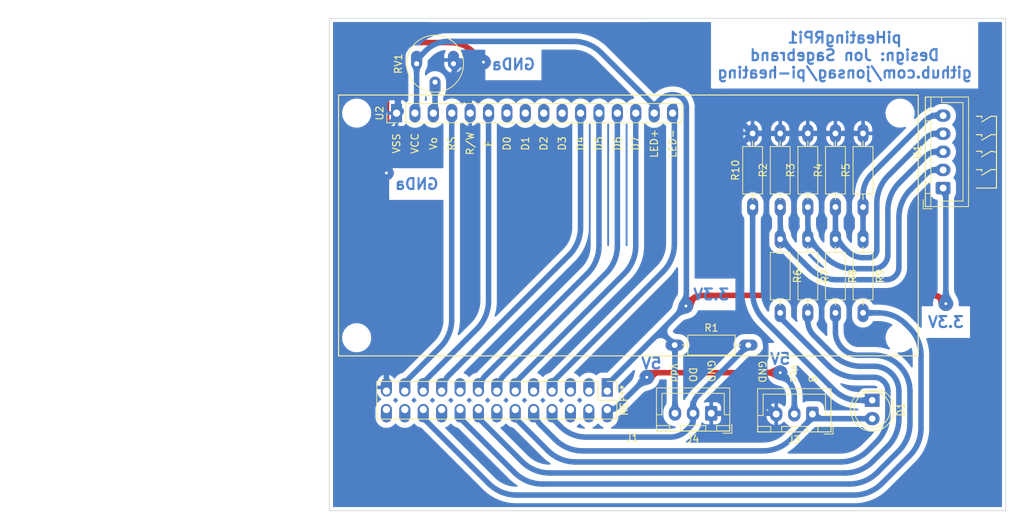
<source format=kicad_pcb>
(kicad_pcb (version 20211014) (generator pcbnew)
  (layers (0 "F.Cu" signal) (31 "B.Cu" signal) (34 "B.Paste" user) (35 "F.Paste" user) (36 "B.SilkS" user "B.Silkscreen") (37 "F.SilkS" user "F.Silkscreen") (38 "B.Mask" user) (39 "F.Mask" user) (44 "Edge.Cuts" user))
  (net 0 "")
  (net 1 "Net-(J1-Pad7)")
  (net 3 "Net-(J1-Pad13)")
  (net 4 "Net-(J1-Pad11)")
  (net 7 "Net-(J1-Pad16)")
  (net 9 "Net-(J1-Pad8)")
  (net 10 "Net-(J1-Pad19)")
  (net 11 "Net-(J1-Pad23)")
  (net 12 "Net-(J1-Pad12)")
  (net 14 "Net-(J1-Pad15)")
  (net 16 "Net-(J1-Pad21)")
  (net 17 "Net-(J1-Pad22)")
  (net 22 "Net-(J1-Pad18)")
  (net 23 "Net-(R2-Pad1)")
  (net 24 "Net-(R3-Pad1)")
  (net 25 "Net-(R4-Pad1)")
  (net 26 "Net-(R5-Pad1)")
  (net 27 "Net-(D1-Pad2)")
  (net 28 "Net-(D1-Pad1)")
  (net 29 "/5V")
  (net 30 "/3.3V")
  (net 31 "/GND")
  (net 32 "Net-(RV1-Pad2)")
  (footprint "My_RaspberryPi:Raspberry_Pi_Hat_2x13_pin_GPIO_larger_pads" (layer "F.Cu") (at 193.294 102.202005 -90)
    (fp_text reference "J1")
    (fp_text value "Raspberry_Pi_1_all_pin_ordered" hide)
  )
  (footprint "My_Headers:3-pin JST KY-019 relay" (layer "F.Cu") (at 221.615 105.41 180)
    (fp_text reference "J3")
    (fp_text value "3-pin_KY-019_relay_header" hide)
  )
  (footprint "My_Headers:3-pin JST DS18B20" (layer "F.Cu") (at 207.645 105.3 180)
    (fp_text reference "J4")
    (fp_text value "3_pin_Dallas_1-wire_connector" hide)
  )
  (footprint "My_Misc:R_Axial_DIN0207_L6.3mm_D2.5mm_P10.16mm_Horizontal_larger_pads" (layer "F.Cu") (at 202.605 95.885)
    (fp_text reference "R1")
    (fp_text value "4.7k" hide)
  )
  (footprint "My_Misc:R_Axial_DIN0207_L6.3mm_D2.5mm_P10.16mm_Horizontal_larger_pads" (layer "F.Cu") (at 217.17 76.835 90)
    (fp_text reference "R2")
    (fp_text value "3.3k" hide)
  )
  (footprint "My_Misc:R_Axial_DIN0207_L6.3mm_D2.5mm_P10.16mm_Horizontal_larger_pads" (layer "F.Cu") (at 220.98 76.835 90)
    (fp_text reference "R3")
    (fp_text value "3.3k" hide)
  )
  (footprint "My_Misc:R_Axial_DIN0207_L6.3mm_D2.5mm_P10.16mm_Horizontal_larger_pads" (layer "F.Cu") (at 224.79 76.835 90)
    (fp_text reference "R4")
    (fp_text value "3.3k" hide)
  )
  (footprint "My_Misc:R_Axial_DIN0207_L6.3mm_D2.5mm_P10.16mm_Horizontal_larger_pads" (layer "F.Cu") (at 228.6 76.835 90)
    (fp_text reference "R5")
    (fp_text value "3.3k" hide)
  )
  (footprint "My_Misc:R_Axial_DIN0207_L6.3mm_D2.5mm_P10.16mm_Horizontal_larger_pads" (layer "F.Cu") (at 217.17 81.28 -90)
    (fp_text reference "R6")
    (fp_text value "330R" hide)
  )
  (footprint "My_Misc:R_Axial_DIN0207_L6.3mm_D2.5mm_P10.16mm_Horizontal_larger_pads" (layer "F.Cu") (at 220.98 81.28 -90)
    (fp_text reference "R7")
    (fp_text value "330R" hide)
  )
  (footprint "My_Misc:R_Axial_DIN0207_L6.3mm_D2.5mm_P10.16mm_Horizontal_larger_pads" (layer "F.Cu") (at 224.79 81.28 -90)
    (fp_text reference "R8")
    (fp_text value "330R" hide)
  )
  (footprint "My_Misc:R_Axial_DIN0207_L6.3mm_D2.5mm_P10.16mm_Horizontal_larger_pads" (layer "F.Cu") (at 228.6 81.28 -90)
    (fp_text reference "R9")
    (fp_text value "330R" hide)
  )
  (footprint "My_Misc:LED_D5.0mm_large" (layer "F.Cu") (at 229.87 103.505 -90)
    (fp_text reference "D1")
    (fp_text value "LED")
  )
  (footprint "My_Misc:R_Axial_DIN0207_L6.3mm_D2.5mm_P10.16mm_Horizontal_larger_pads" (layer "F.Cu") (at 213.36 76.835 90)
    (fp_text reference "R10")
    (fp_text value "120R" hide)
  )
  (footprint "My_Misc:Potentiometer_Bourns_3339P_Vertical_large" (layer "F.Cu") (at 172.07 57.0535 90)
    (fp_text reference "RV1")
    (fp_text value "Contrast")
  )
  (footprint "My_Parts:LCD_HD44780_16x2_w_headers_large" (layer "F.Cu") (at 164.215 63.875)
    (fp_text reference "U2")
    (fp_text value "LCD_HD44780" hide)
  )
  (footprint "My_Headers:5-pin JST 4 buttons + common" (layer "F.Cu") (at 239.652 74.215 90)
    (fp_text reference "U1")
    (fp_text value "5-pin_4_buttons_+_common" hide)
  )
  (gr_line (start 154.94 118.745) (end 154.94 50.8) (layer "Edge.Cuts") (width 0.1))
  (gr_line (start 248.285 118.745) (end 154.94 118.745) (layer "Edge.Cuts") (width 0.1))
  (gr_line (start 154.94 50.8) (end 248.285 50.8) (layer "Edge.Cuts") (width 0.1))
  (gr_line (start 248.285 50.8) (end 248.285 118.745) (layer "Edge.Cuts") (width 0.1))
  (gr_text "piHeatingRPi1\nDesign: Jon Sagebrand\ngithub.com/jonsag/pi-heating" (at 226.06 55.88) (layer "B.Cu") (effects (font (size 1.5 1.5) (thickness 0.3)) (justify mirror)))
  (gr_text "3.3V" (at 207.645 88.9) (layer "B.Cu") (effects (font (size 1.5 1.5) (thickness 0.3)) (justify mirror)))
  (gr_text "GNDa" (at 180.34 57.15) (layer "B.Cu") (effects (font (size 1.5 1.5) (thickness 0.3)) (justify mirror)))
  (gr_text "GNDa" (at 167.005 73.66) (layer "B.Cu") (effects (font (size 1.5 1.5) (thickness 0.3)) (justify mirror)))
  (gr_text "5V" (at 217.17 97.79) (layer "B.Cu") (effects (font (size 1.5 1.5) (thickness 0.3)) (justify mirror)))
  (gr_text "3.3V" (at 240.03 92.71) (layer "B.Cu") (effects (font (size 1.5 1.5) (thickness 0.3)) (justify mirror)))
  (gr_text "5V" (at 199.39 98.425) (layer "B.Cu") (effects (font (size 1.5 1.5) (thickness 0.3)) (justify mirror)))
  (segment (start 186.092444 100.652157) (end 200.971207 85.773394) (width 0.762) (layer "B.Cu") (net 1))
  (segment (start 202.565 81.925638) (end 202.565 62.865) (width 0.762) (layer "B.Cu") (net 1))
  (segment (start 185.679 101.650301) (end 185.679 102.235) (width 0.762) (layer "B.Cu") (net 1))
  (arc (start 186.092444 100.652157) (mid 185.78645 101.110109) (end 185.679 101.650301) (width 0.762) (layer "B.Cu") (net 1))
  (arc (start 202.565 81.925638) (mid 202.150786 84.008028) (end 200.971207 85.773394) (width 0.762) (layer "B.Cu") (net 1))
  (segment (start 178.435 101.462301) (end 178.435 102.235) (width 0.762) (layer "B.Cu") (net 3))
  (segment (start 194.695 82.175638) (end 194.695 63.875) (width 0.762) (layer "B.Cu") (net 3))
  (segment (start 178.98138 100.143221) (end 193.101207 86.023394) (width 0.762) (layer "B.Cu") (net 3))
  (arc (start 194.695 82.175638) (mid 194.280786 84.258028) (end 193.101207 86.023394) (width 0.762) (layer "B.Cu") (net 3))
  (arc (start 178.98138 100.143221) (mid 178.576999 100.74842) (end 178.435 101.462301) (width 0.762) (layer "B.Cu") (net 3))
  (segment (start 180.34 101.462301) (end 180.34 101.6) (width 0.762) (layer "B.Cu") (net 4))
  (segment (start 180.437367 101.227234) (end 195.641207 86.023394) (width 0.762) (layer "B.Cu") (net 4))
  (segment (start 197.235 82.175638) (end 197.235 63.875) (width 0.762) (layer "B.Cu") (net 4))
  (arc (start 180.437367 101.227234) (mid 180.365304 101.335083) (end 180.34 101.462301) (width 0.762) (layer "B.Cu") (net 4))
  (arc (start 197.235 82.175638) (mid 196.820786 84.258028) (end 195.641207 86.023394) (width 0.762) (layer "B.Cu") (net 4))
  (segment (start 175.519 105.359699) (end 175.519 104.775) (width 0.762) (layer "B.Cu") (net 7))
  (segment (start 233.55203 102.263279) (end 233.55203 106.073587) (width 0.762) (layer "B.Cu") (net 7))
  (segment (start 229.936334 111.943247) (end 231.958238 109.921343) (width 0.762) (layer "B.Cu") (net 7))
  (segment (start 185.365605 113.53704) (end 226.088578 113.53704) (width 0.762) (layer "B.Cu") (net 7))
  (segment (start 181.517849 111.943247) (end 175.932444 106.357842) (width 0.762) (layer "B.Cu") (net 7))
  (segment (start 228.313963 98.80648) (end 230.09523 98.80648) (width 0.762) (layer "B.Cu") (net 7))
  (segment (start 220.98 92.58324) (end 220.98 91.44) (width 0.762) (layer "B.Cu") (net 7))
  (segment (start 224.466207 97.212687) (end 221.788392 94.534872) (width 0.762) (layer "B.Cu") (net 7))
  (arc (start 181.517849 111.943247) (mid 183.283214 113.122826) (end 185.365605 113.53704) (width 0.762) (layer "B.Cu") (net 7))
  (arc (start 220.98 92.58324) (mid 221.190094 93.639455) (end 221.788392 94.534872) (width 0.762) (layer "B.Cu") (net 7))
  (arc (start 224.466207 97.212687) (mid 226.231572 98.392266) (end 228.313963 98.80648) (width 0.762) (layer "B.Cu") (net 7))
  (arc (start 175.519 105.359699) (mid 175.62645 105.89989) (end 175.932444 106.357842) (width 0.762) (layer "B.Cu") (net 7))
  (arc (start 233.55203 106.073587) (mid 233.137817 108.155977) (end 231.958238 109.921343) (width 0.762) (layer "B.Cu") (net 7))
  (arc (start 232.539557 99.818953) (mid 231.41809 99.069613) (end 230.09523 98.80648) (width 0.762) (layer "B.Cu") (net 7))
  (arc (start 232.539557 99.818953) (mid 233.288896 100.940419) (end 233.55203 102.263279) (width 0.762) (layer "B.Cu") (net 7))
  (arc (start 229.936334 111.943247) (mid 228.170968 113.122826) (end 226.088578 113.53704) (width 0.762) (layer "B.Cu") (net 7))
  (segment (start 205.145 104.4025) (end 205.145 104.577) (width 0.762) (layer "B.Cu") (net 9))
  (segment (start 205.779628 102.870371) (end 212.765 95.885) (width 0.762) (layer "B.Cu") (net 9))
  (segment (start 205.145 104.577) (end 205.145 106.023) (width 0.762) (layer "B.Cu") (net 9))
  (segment (start 185.741874 106.007272) (end 186.869801 107.135199) (width 0.762) (layer "B.Cu") (net 9))
  (segment (start 185.42 105.230199) (end 185.42 104.775) (width 0.762) (layer "B.Cu") (net 9))
  (segment (start 204.225499 107.665499) (end 204.633761 107.257238) (width 0.762) (layer "B.Cu") (net 9))
  (segment (start 202.00563 108.585) (end 190.36993 108.585) (width 0.762) (layer "B.Cu") (net 9))
  (arc (start 205.779628 102.870371) (mid 205.309934 103.573317) (end 205.145 104.4025) (width 0.762) (layer "B.Cu") (net 9))
  (arc (start 204.225499 107.665499) (mid 203.207014 108.346029) (end 202.00563 108.585) (width 0.762) (layer "B.Cu") (net 9))
  (arc (start 205.145 106.023) (mid 205.012133 106.690964) (end 204.633761 107.257238) (width 0.762) (layer "B.Cu") (net 9))
  (arc (start 185.42 105.230199) (mid 185.503652 105.650747) (end 185.741874 106.007272) (width 0.762) (layer "B.Cu") (net 9))
  (arc (start 186.869801 107.135199) (mid 188.475673 108.208208) (end 190.36993 108.585) (width 0.762) (layer "B.Cu") (net 9))
  (segment (start 170.815 101.462301) (end 170.815 102.235) (width 0.762) (layer "B.Cu") (net 10))
  (segment (start 189.615 79.635638) (end 189.615 63.875) (width 0.762) (layer "B.Cu") (net 10))
  (segment (start 171.36138 100.143221) (end 188.021207 83.483394) (width 0.762) (layer "B.Cu") (net 10))
  (arc (start 171.36138 100.143221) (mid 170.956999 100.74842) (end 170.815 101.462301) (width 0.762) (layer "B.Cu") (net 10))
  (arc (start 189.615 79.635638) (mid 189.200786 81.718028) (end 188.021207 83.483394) (width 0.762) (layer "B.Cu") (net 10))
  (segment (start 165.1 101.779801) (end 165.1 102.235) (width 0.762) (layer "B.Cu") (net 11))
  (segment (start 165.421874 101.002727) (end 170.241207 96.183394) (width 0.762) (layer "B.Cu") (net 11))
  (segment (start 171.835 92.335638) (end 171.835 63.875) (width 0.762) (layer "B.Cu") (net 11))
  (arc (start 165.421874 101.002727) (mid 165.183652 101.359251) (end 165.1 101.779801) (width 0.762) (layer "B.Cu") (net 11))
  (arc (start 171.835 92.335638) (mid 171.420786 94.418028) (end 170.241207 96.183394) (width 0.762) (layer "B.Cu") (net 11))
  (segment (start 232.028511 102.263279) (end 232.028511 105.442525) (width 0.762) (layer "B.Cu") (net 12))
  (segment (start 180.599 105.359699) (end 180.599 104.775) (width 0.762) (layer "B.Cu") (net 12))
  (segment (start 217.17 91.7575) (end 217.17 91.44) (width 0.762) (layer "B.Cu") (net 12))
  (segment (start 188.922085 112.01352) (end 225.457516 112.01352) (width 0.762) (layer "B.Cu") (net 12))
  (segment (start 229.305272 110.419726) (end 230.434718 109.290281) (width 0.762) (layer "B.Cu") (net 12))
  (segment (start 185.074329 110.419727) (end 181.012444 106.357842) (width 0.762) (layer "B.Cu") (net 12))
  (segment (start 230.095231 100.33) (end 227.678963 100.33) (width 0.762) (layer "B.Cu") (net 12))
  (segment (start 217.394506 92.299506) (end 223.831207 98.736207) (width 0.762) (layer "B.Cu") (net 12))
  (arc (start 231.462266 100.896244) (mid 231.881348 101.523445) (end 232.028511 102.263279) (width 0.762) (layer "B.Cu") (net 12))
  (arc (start 185.074329 110.419727) (mid 186.839694 111.599306) (end 188.922085 112.01352) (width 0.762) (layer "B.Cu") (net 12))
  (arc (start 231.462266 100.896244) (mid 230.835065 100.477162) (end 230.095231 100.33) (width 0.762) (layer "B.Cu") (net 12))
  (arc (start 180.599 105.359699) (mid 180.70645 105.89989) (end 181.012444 106.357842) (width 0.762) (layer "B.Cu") (net 12))
  (arc (start 217.17 91.7575) (mid 217.228347 92.050831) (end 217.394506 92.299506) (width 0.762) (layer "B.Cu") (net 12))
  (arc (start 232.028511 105.442525) (mid 231.614297 107.524915) (end 230.434718 109.290281) (width 0.762) (layer "B.Cu") (net 12))
  (arc (start 229.305272 110.419726) (mid 227.539906 111.599306) (end 225.457516 112.01352) (width 0.762) (layer "B.Cu") (net 12))
  (arc (start 223.831207 98.736207) (mid 225.596572 99.915786) (end 227.678963 100.33) (width 0.762) (layer "B.Cu") (net 12))
  (segment (start 175.895 101.462301) (end 175.895 102.235) (width 0.762) (layer "B.Cu") (net 14))
  (segment (start 192.155 82.175638) (end 192.155 63.875) (width 0.762) (layer "B.Cu") (net 14))
  (segment (start 176.44138 100.143221) (end 190.561207 86.023394) (width 0.762) (layer "B.Cu") (net 14))
  (arc (start 176.44138 100.143221) (mid 176.036999 100.74842) (end 175.895 101.462301) (width 0.762) (layer "B.Cu") (net 14))
  (arc (start 192.155 82.175638) (mid 191.740786 84.258028) (end 190.561207 86.023394) (width 0.762) (layer "B.Cu") (net 14))
  (segment (start 167.64 101.779801) (end 167.64 102.235) (width 0.762) (layer "B.Cu") (net 16))
  (segment (start 167.961874 101.002727) (end 175.321207 93.643394) (width 0.762) (layer "B.Cu") (net 16))
  (segment (start 176.915 89.795638) (end 176.915 63.875) (width 0.762) (layer "B.Cu") (net 16))
  (arc (start 167.961874 101.002727) (mid 167.723652 101.359251) (end 167.64 101.779801) (width 0.762) (layer "B.Cu") (net 16))
  (arc (start 176.915 89.795638) (mid 176.500786 91.878028) (end 175.321207 93.643394) (width 0.762) (layer "B.Cu") (net 16))
  (segment (start 176.944888 114.990286) (end 168.312444 106.357842) (width 0.762) (layer "B.Cu") (net 17))
  (segment (start 235.005277 93.505818) (end 234.473689 92.97423) (width 0.762) (layer "B.Cu") (net 17))
  (segment (start 236.59907 97.353574) (end 236.59907 107.335712) (width 0.762) (layer "B.Cu") (net 17))
  (segment (start 231.198459 114.990286) (end 235.005277 111.183468) (width 0.762) (layer "B.Cu") (net 17))
  (segment (start 180.792644 116.584079) (end 227.350703 116.584079) (width 0.762) (layer "B.Cu") (net 17))
  (segment (start 167.899 105.359699) (end 167.899 104.775) (width 0.762) (layer "B.Cu") (net 17))
  (segment (start 230.769729 91.44) (end 228.6 91.44) (width 0.762) (layer "B.Cu") (net 17))
  (arc (start 236.59907 107.335712) (mid 236.184856 109.418102) (end 235.005277 111.183468) (width 0.762) (layer "B.Cu") (net 17))
  (arc (start 234.473689 92.97423) (mid 232.774297 91.838733) (end 230.769729 91.44) (width 0.762) (layer "B.Cu") (net 17))
  (arc (start 176.944888 114.990286) (mid 178.710253 116.169865) (end 180.792644 116.584079) (width 0.762) (layer "B.Cu") (net 17))
  (arc (start 167.899 105.359699) (mid 168.00645 105.89989) (end 168.312444 106.357842) (width 0.762) (layer "B.Cu") (net 17))
  (arc (start 235.005277 93.505818) (mid 236.184856 95.271183) (end 236.59907 97.353574) (width 0.762) (layer "B.Cu") (net 17))
  (arc (start 231.198459 114.990286) (mid 229.433093 116.169865) (end 227.350703 116.584079) (width 0.762) (layer "B.Cu") (net 17))
  (segment (start 173.392444 106.357842) (end 180.501369 113.466767) (width 0.762) (layer "B.Cu") (net 22))
  (segment (start 227.866572 97.28296) (end 230.095229 97.28296) (width 0.762) (layer "B.Cu") (net 22))
  (segment (start 235.07555 106.70465) (end 235.07555 102.26328) (width 0.762) (layer "B.Cu") (net 22))
  (segment (start 224.79 94.030921) (end 224.79 91.44) (width 0.762) (layer "B.Cu") (net 22))
  (segment (start 172.979 105.359699) (end 172.979 104.775) (width 0.762) (layer "B.Cu") (net 22))
  (segment (start 184.349125 115.060559) (end 226.719641 115.060559) (width 0.762) (layer "B.Cu") (net 22))
  (segment (start 233.481757 110.552406) (end 230.567397 113.466766) (width 0.762) (layer "B.Cu") (net 22))
  (arc (start 235.07555 106.70465) (mid 234.661336 108.78704) (end 233.481757 110.552406) (width 0.762) (layer "B.Cu") (net 22))
  (arc (start 172.979 105.359699) (mid 173.08645 105.89989) (end 173.392444 106.357842) (width 0.762) (layer "B.Cu") (net 22))
  (arc (start 180.501369 113.466767) (mid 182.266734 114.646346) (end 184.349125 115.060559) (width 0.762) (layer "B.Cu") (net 22))
  (arc (start 233.616848 98.741662) (mid 232.001115 97.662064) (end 230.095229 97.28296) (width 0.762) (layer "B.Cu") (net 22))
  (arc (start 225.7425 96.33046) (mid 226.751934 97.035413) (end 227.866572 97.28296) (width 0.762) (layer "B.Cu") (net 22))
  (arc (start 224.79 94.030921) (mid 225.037546 95.275422) (end 225.7425 96.33046) (width 0.762) (layer "B.Cu") (net 22))
  (arc (start 233.616848 98.741662) (mid 234.696445 100.357394) (end 235.07555 102.26328) (width 0.762) (layer "B.Cu") (net 22))
  (arc (start 230.567397 113.466766) (mid 228.802031 114.646345) (end 226.719641 115.060559) (width 0.762) (layer "B.Cu") (net 22))
  (segment (start 231.821236 86.86704) (end 225.011003 86.86704) (width 0.762) (layer "B.Cu") (net 23))
  (segment (start 237.245381 72.343617) (end 235.145352 74.443647) (width 0.762) (layer "B.Cu") (net 23))
  (segment (start 221.163247 85.273247) (end 218.741544 82.851544) (width 0.762) (layer "B.Cu") (net 23))
  (segment (start 238.763 71.715) (end 239.652 71.715) (width 0.762) (layer "B.Cu") (net 23))
  (segment (start 233.55156 85.136716) (end 233.55156 78.291403) (width 0.762) (layer "B.Cu") (net 23))
  (segment (start 217.17 79.0575) (end 217.17 76.835) (width 0.762) (layer "B.Cu") (net 23))
  (arc (start 233.04476 86.36024) (mid 232.483402 86.735326) (end 231.821236 86.86704) (width 0.762) (layer "B.Cu") (net 23))
  (arc (start 238.763 71.715) (mid 237.94167 71.878372) (end 237.245381 72.343617) (width 0.762) (layer "B.Cu") (net 23))
  (arc (start 235.145352 74.443647) (mid 233.965773 76.209012) (end 233.55156 78.291403) (width 0.762) (layer "B.Cu") (net 23))
  (arc (start 221.163247 85.273247) (mid 222.928612 86.452826) (end 225.011003 86.86704) (width 0.762) (layer "B.Cu") (net 23))
  (arc (start 217.17 79.0575) (mid 217.57843 81.110822) (end 218.741544 82.851544) (width 0.762) (layer "B.Cu") (net 23))
  (arc (start 233.55156 85.136716) (mid 233.419846 85.798882) (end 233.04476 86.36024) (width 0.762) (layer "B.Cu") (net 23))
  (segment (start 230.079275 85.34352) (end 227.297483 85.34352) (width 0.762) (layer "B.Cu") (net 24))
  (segment (start 233.621832 73.467167) (end 237.245382 69.843617) (width 0.762) (layer "B.Cu") (net 24))
  (segment (start 238.763 69.215) (end 239.652 69.215) (width 0.762) (layer "B.Cu") (net 24))
  (segment (start 222.551544 82.851544) (end 223.449727 83.749727) (width 0.762) (layer "B.Cu") (net 24))
  (segment (start 220.98 79.0575) (end 220.98 76.835) (width 0.762) (layer "B.Cu") (net 24))
  (segment (start 232.02804 83.394755) (end 232.02804 77.314923) (width 0.762) (layer "B.Cu") (net 24))
  (arc (start 220.98 79.0575) (mid 221.38843 81.110822) (end 222.551544 82.851544) (width 0.762) (layer "B.Cu") (net 24))
  (arc (start 238.763 69.215) (mid 237.941671 69.378372) (end 237.245382 69.843617) (width 0.762) (layer "B.Cu") (net 24))
  (arc (start 233.621832 73.467167) (mid 232.442253 75.232532) (end 232.02804 77.314923) (width 0.762) (layer "B.Cu") (net 24))
  (arc (start 231.45726 84.77274) (mid 230.825035 85.195179) (end 230.079275 85.34352) (width 0.762) (layer "B.Cu") (net 24))
  (arc (start 232.02804 83.394755) (mid 231.879699 84.140515) (end 231.45726 84.77274) (width 0.762) (layer "B.Cu") (net 24))
  (arc (start 223.449727 83.749727) (mid 225.215092 84.929306) (end 227.297483 85.34352) (width 0.762) (layer "B.Cu") (net 24))
  (segment (start 229.421326 83.82) (end 228.6 83.82) (width 0.762) (layer "B.Cu") (net 25))
  (segment (start 230.50452 76.338443) (end 230.50452 82.736806) (width 0.762) (layer "B.Cu") (net 25))
  (segment (start 232.098312 72.490687) (end 237.245382 67.343617) (width 0.762) (layer "B.Cu") (net 25))
  (segment (start 238.763 66.715) (end 239.652 66.715) (width 0.762) (layer "B.Cu") (net 25))
  (segment (start 224.79 79.483948) (end 224.79 76.2) (width 0.762) (layer "B.Cu") (net 25))
  (segment (start 226.431974 82.921974) (end 226.06 82.55) (width 0.762) (layer "B.Cu") (net 25))
  (arc (start 230.18726 83.50274) (mid 229.835846 83.737546) (end 229.421326 83.82) (width 0.762) (layer "B.Cu") (net 25))
  (arc (start 232.098312 72.490687) (mid 230.918733 74.256052) (end 230.50452 76.338443) (width 0.762) (layer "B.Cu") (net 25))
  (arc (start 226.431974 82.921974) (mid 227.426672 83.58661) (end 228.6 83.82) (width 0.762) (layer "B.Cu") (net 25))
  (arc (start 230.50452 82.736806) (mid 230.422066 83.151326) (end 230.18726 83.50274) (width 0.762) (layer "B.Cu") (net 25))
  (arc (start 238.763 66.715) (mid 237.941671 66.878372) (end 237.245382 67.343617) (width 0.762) (layer "B.Cu") (net 25))
  (arc (start 224.79 79.483948) (mid 225.120062 81.143283) (end 226.06 82.55) (width 0.762) (layer "B.Cu") (net 25))
  (segment (start 228.6 75.162) (end 228.6 78.508) (width 0.762) (layer "B.Cu") (net 26))
  (segment (start 228.6 78.508) (end 228.6 81.28) (width 0.762) (layer "B.Cu") (net 26))
  (segment (start 238.763 64.215) (end 239.652 64.215) (width 0.762) (layer "B.Cu") (net 26))
  (segment (start 237.245382 64.843617) (end 229.782989 72.30601) (width 0.762) (layer "B.Cu") (net 26))
  (arc (start 238.763 64.215) (mid 237.941671 64.378372) (end 237.245382 64.843617) (width 0.762) (layer "B.Cu") (net 26))
  (arc (start 229.782989 72.30601) (mid 228.907448 73.616349) (end 228.6 75.162) (width 0.762) (layer "B.Cu") (net 26))
  (segment (start 222.699012 106.045) (end 230.505 106.045) (width 0.762) (layer "B.Cu") (net 27))
  (segment (start 221.786066 105.581066) (end 221.9325 105.7275) (width 0.762) (layer "B.Cu") (net 27))
  (segment (start 183.515 105.547699) (end 183.515 104.775) (width 0.762) (layer "B.Cu") (net 27))
  (segment (start 184.06138 106.866778) (end 186.090809 108.896207) (width 0.762) (layer "B.Cu") (net 27))
  (segment (start 218.61264 108.896207) (end 221.443933 106.064914) (width 0.762) (layer "B.Cu") (net 27))
  (segment (start 214.764884 110.49) (end 189.938565 110.49) (width 0.762) (layer "B.Cu") (net 27))
  (arc (start 221.786066 105.581066) (mid 221.67686 105.559343) (end 221.615 105.651924) (width 0.762) (layer "B.Cu") (net 27))
  (arc (start 186.090809 108.896207) (mid 187.856174 110.075786) (end 189.938565 110.49) (width 0.762) (layer "B.Cu") (net 27))
  (arc (start 218.61264 108.896207) (mid 216.847274 110.075786) (end 214.764884 110.49) (width 0.762) (layer "B.Cu") (net 27))
  (arc (start 183.515 105.547699) (mid 183.656999 106.261579) (end 184.06138 106.866778) (width 0.762) (layer "B.Cu") (net 27))
  (arc (start 221.9325 105.7275) (mid 222.284178 105.962484) (end 222.699012 106.045) (width 0.762) (layer "B.Cu") (net 27))
  (arc (start 221.615 105.651924) (mid 221.570541 105.875432) (end 221.443933 106.064914) (width 0.762) (layer "B.Cu") (net 27))
  (segment (start 213.36 88.577434) (end 213.36 76.835) (width 0.762) (layer "B.Cu") (net 28))
  (segment (start 214.953792 92.42519) (end 224.67723 102.148628) (width 0.762) (layer "B.Cu") (net 28))
  (segment (start 227.951801 103.505) (end 229.87 103.505) (width 0.762) (layer "B.Cu") (net 28))
  (arc (start 213.36 88.577434) (mid 213.774213 90.659824) (end 214.953792 92.42519) (width 0.762) (layer "B.Cu") (net 28))
  (arc (start 224.67723 102.148628) (mid 226.179616 103.15249) (end 227.951801 103.505) (width 0.762) (layer "B.Cu") (net 28))
  (segment (start 198.755 100.33) (end 199.0725 100.0125) (width 0.762) (layer "F.Cu") (net 29))
  (segment (start 217.17 99.695) (end 199.839012 99.695) (width 0.762) (layer "F.Cu") (net 29))
  (via (at 198.755 100.33) (size 2.032) (drill 0.4) (layers "F.Cu" "B.Cu") (net 29))
  (via (at 217.17 99.695) (size 2.032) (drill 0.4) (layers "F.Cu" "B.Cu") (net 29))
  (arc (start 199.839012 99.695) (mid 199.424178 99.777515) (end 199.0725 100.0125) (width 0.762) (layer "F.Cu") (net 29))
  (segment (start 194.667442 104.417557) (end 198.755 100.33) (width 0.762) (layer "B.Cu") (net 29))
  (segment (start 218.1425 100.6675) (end 217.17 99.695) (width 0.762) (layer "B.Cu") (net 29))
  (segment (start 193.8045 104.775) (end 193.299 104.775) (width 0.762) (layer "B.Cu") (net 29))
  (segment (start 219.115 103.015322) (end 219.115 105.41) (width 0.762) (layer "B.Cu") (net 29))
  (arc (start 194.667442 104.417557) (mid 194.27152 104.682103) (end 193.8045 104.775) (width 0.762) (layer "B.Cu") (net 29))
  (arc (start 218.1425 100.6675) (mid 218.862255 101.74469) (end 219.115 103.015322) (width 0.762) (layer "B.Cu") (net 29))
  (segment (start 204.88251 89.75749) (end 204.1525 90.4875) (width 0.762) (layer "F.Cu") (net 30))
  (segment (start 240.03 90.17) (end 239.45874 89.59874) (width 0.762) (layer "F.Cu") (net 30))
  (segment (start 206.64491 89.02748) (end 238.079596 89.02748) (width 0.762) (layer "F.Cu") (net 30))
  (via (at 240.03 90.17) (size 2.032) (drill 0.4) (layers "F.Cu" "B.Cu") (net 30))
  (via (at 204.1525 90.4875) (size 2.032) (drill 0.4) (layers "F.Cu" "B.Cu") (net 30))
  (arc (start 239.45874 89.59874) (mid 238.825983 89.175945) (end 238.079596 89.02748) (width 0.762) (layer "F.Cu") (net 30))
  (arc (start 206.64491 89.02748) (mid 205.691106 89.217203) (end 204.88251 89.75749) (width 0.762) (layer "F.Cu") (net 30))
  (segment (start 166.9975 63.4925) (end 167.005 63.5) (width 0.762) (layer "B.Cu") (net 30))
  (segment (start 239.841 74.404) (end 239.652 74.215) (width 0.762) (layer "B.Cu") (net 30))
  (segment (start 202.619142 95.899142) (end 202.625 95.905) (width 0.762) (layer "B.Cu") (net 30))
  (segment (start 202.550857 95.870857) (end 201.6125 94.9325) (width 0.762) (layer "B.Cu") (net 30))
  (segment (start 199.7075 94.9325) (end 193.04 101.6) (width 0.762) (layer "B.Cu") (net 30))
  (segment (start 204.1525 90.4875) (end 201.6125 93.0275) (width 0.762) (layer "B.Cu") (net 30))
  (segment (start 168.275 55.245) (end 167.005 56.515) (width 0.762) (layer "B.Cu") (net 30))
  (segment (start 166.99 63.474393) (end 166.99 57.0535) (width 0.762) (layer "B.Cu") (net 30))
  (segment (start 192.484792 55.568792) (end 199.415789 62.499789) (width 0.762) (layer "B.Cu") (net 30))
  (segment (start 199.775 63.367) (end 199.775 63.875) (width 0.762) (layer "B.Cu") (net 30))
  (segment (start 204.1525 90.4875) (end 204.18601 90.45399) (width 0.762) (layer "B.Cu") (net 30))
  (segment (start 204.21952 63.088632) (end 204.21952 90.373089) (width 0.762) (layer "B.Cu") (net 30))
  (segment (start 200.619515 62.014483) (end 200.13421 62.499789) (width 0.762) (layer "B.Cu") (net 30))
  (segment (start 199.7075 94.9325) (end 201.6125 93.0275) (width 0.762) (layer "B.Cu") (net 30))
  (segment (start 240.03 90.17) (end 240.03 74.860286) (width 0.762) (layer "B.Cu") (net 30))
  (segment (start 188.637036 53.975) (end 171.341051 53.975) (width 0.762) (layer "B.Cu") (net 30))
  (segment (start 202.244291 61.34148) (end 202.472367 61.34148) (width 0.762) (layer "B.Cu") (net 30))
  (segment (start 202.645 95.953284) (end 202.645 105.3) (width 0.762) (layer "B.Cu") (net 30))
  (arc (start 199.775 63.367) (mid 199.681644 62.897669) (end 199.415789 62.499789) (width 0.762) (layer "B.Cu") (net 30))
  (arc (start 202.625 95.905) (mid 202.639802 95.927152) (end 202.645 95.953284) (width 0.762) (layer "B.Cu") (net 30))
  (arc (start 201.6125 94.9325) (mid 200.66 94.537961) (end 199.7075 94.9325) (width 0.762) (layer "B.Cu") (net 30))
  (arc (start 203.707791 61.853209) (mid 204.086525 62.420025) (end 204.21952 63.088632) (width 0.762) (layer "B.Cu") (net 30))
  (arc (start 199.415789 62.499789) (mid 199.774999 62.648579) (end 200.13421 62.499789) (width 0.762) (layer "B.Cu") (net 30))
  (arc (start 201.6125 93.0275) (mid 201.217961 93.98) (end 201.6125 94.9325) (width 0.762) (layer "B.Cu") (net 30))
  (arc (start 166.99 63.474393) (mid 166.991949 63.484192) (end 166.9975 63.4925) (width 0.762) (layer "B.Cu") (net 30))
  (arc (start 202.550857 95.870857) (mid 202.566522 95.881324) (end 202.585 95.885) (width 0.762) (layer "B.Cu") (net 30))
  (arc (start 203.707791 61.853209) (mid 203.140973 61.474474) (end 202.472367 61.34148) (width 0.762) (layer "B.Cu") (net 30))
  (arc (start 239.841 74.404) (mid 239.98088 74.613345) (end 240.03 74.860286) (width 0.762) (layer "B.Cu") (net 30))
  (arc (start 202.619142 95.899142) (mid 202.603477 95.888675) (end 202.585 95.885) (width 0.762) (layer "B.Cu") (net 30))
  (arc (start 204.21952 90.373089) (mid 204.210811 90.416872) (end 204.18601 90.45399) (width 0.762) (layer "B.Cu") (net 30))
  (arc (start 192.484792 55.568792) (mid 190.719426 54.389213) (end 188.637036 53.975) (width 0.762) (layer "B.Cu") (net 30))
  (arc (start 202.244291 61.34148) (mid 201.364968 61.516387) (end 200.619515 62.014483) (width 0.762) (layer "B.Cu") (net 30))
  (arc (start 171.341051 53.975) (mid 169.681716 54.305062) (end 168.275 55.245) (width 0.762) (layer "B.Cu") (net 30))
  (arc (start 200.13421 62.499789) (mid 199.868355 62.897669) (end 199.775 63.367) (width 0.762) (layer "B.Cu") (net 30))
  (segment (start 166.443221 54.13298) (end 171.604131 54.13298) (width 0.762) (layer "F.Cu") (net 31))
  (segment (start 162.819 72.131) (end 162.819 57.757201) (width 0.762) (layer "F.Cu") (net 31))
  (segment (start 176.2125 56.8325) (end 174.86274 55.48274) (width 0.762) (layer "F.Cu") (net 31))
  (via (at 176.2125 56.8325) (size 2.032) (drill 0.4) (layers "F.Cu" "B.Cu") (net 31))
  (via (at 162.819 72.131) (size 2.032) (drill 0.4) (layers "F.Cu" "B.Cu") (net 31))
  (arc (start 163.88051 55.19449) (mid 163.094877 56.370271) (end 162.819 57.757201) (width 0.762) (layer "F.Cu") (net 31))
  (arc (start 166.443221 54.13298) (mid 165.056291 54.408857) (end 163.88051 55.19449) (width 0.762) (layer "F.Cu") (net 31))
  (arc (start 174.86274 55.48274) (mid 173.367677 54.483771) (end 171.604131 54.13298) (width 0.762) (layer "F.Cu") (net 31))
  (segment (start 211.455 69.927038) (end 211.455 88.827016) (width 0.762) (layer "B.Cu") (net 31))
  (segment (start 215.5825 66.675) (end 214.707038 66.675) (width 0.762) (layer "B.Cu") (net 31))
  (segment (start 216.48 105.355) (end 216.535 105.41) (width 0.762) (layer "B.Cu") (net 31))
  (segment (start 162.819 65.65624) (end 162.819 72.131) (width 0.762) (layer "B.Cu") (net 31))
  (segment (start 216.347218 105.3) (end 207.645 105.3) (width 0.762) (layer "B.Cu") (net 31))
  (segment (start 200.730273 54.045273) (end 212.4075 65.7225) (width 0.762) (layer "B.Cu") (net 31))
  (segment (start 213.048792 92.674772) (end 214.161068 93.787048) (width 0.762) (layer "B.Cu") (net 31))
  (segment (start 174.625 63.5) (end 174.625 64.135) (width 0.762) (layer "B.Cu") (net 31))
  (segment (start 173.69825 57.0535) (end 175.835229 57.0535) (width 0.762) (layer "B.Cu") (net 31))
  (segment (start 215.17752 96.24098) (end 215.17752 97.561058) (width 0.762) (layer "B.Cu") (net 31))
  (segment (start 215.011489 97.961892) (end 215.011489 102.672635) (width 0.762) (layer "B.Cu") (net 31))
  (segment (start 162.819 96.064144) (end 162.819 102.235) (width 0.762) (layer "B.Cu") (net 31))
  (segment (start 163.156738 65.443261) (end 164.762261 63.837738) (width 0.762) (layer "B.Cu") (net 31))
  (segment (start 196.882517 52.451481) (end 170.136584 52.451481) (width 0.762) (layer "B.Cu") (net 31))
  (segment (start 164.85048 63.62476) (end 164.85048 63.5) (width 0.762) (layer "B.Cu") (net 31))
  (segment (start 166.058792 54.275308) (end 166.288828 54.045273) (width 0.762) (layer "B.Cu") (net 31))
  (segment (start 226.695 66.675) (end 228.6 66.675) (width 0.762) (layer "B.Cu") (net 31))
  (segment (start 218.7575 66.675) (end 220.345 66.675) (width 0.762) (layer "B.Cu") (net 31))
  (segment (start 176.2125 56.8325) (end 176.53 56.515) (width 0.762) (layer "B.Cu") (net 31))
  (segment (start 176.102 56.943) (end 176.2125 56.8325) (width 0.762) (layer "B.Cu") (net 31))
  (segment (start 173.221346 61.461346) (end 174.175987 62.415987) (width 0.762) (layer "B.Cu") (net 31))
  (segment (start 222.885 66.675) (end 220.98 66.675) (width 0.762) (layer "B.Cu") (net 31))
  (segment (start 215.813244 104.608244) (end 216.615 105.41) (width 0.762) (layer "B.Cu") (net 31))
  (segment (start 162.819 91.377856) (end 162.819 96.064144) (width 0.762) (layer "B.Cu") (net 31))
  (segment (start 218.7575 66.675) (end 215.5825 66.675) (width 0.762) (layer "B.Cu") (net 31))
  (segment (start 226.695 66.675) (end 222.885 66.675) (width 0.762) (layer "B.Cu") (net 31))
  (segment (start 162.819 91.377856) (end 162.819 72.131) (width 0.762) (layer "B.Cu") (net 31))
  (segment (start 164.465 58.123064) (end 164.465 64.135) (width 0.762) (layer "B.Cu") (net 31))
  (arc (start 176.102 56.943) (mid 175.979604 57.024781) (end 175.835229 57.0535) (width 0.762) (layer "B.Cu") (net 31))
  (arc (start 212.4075 67.6275) (mid 211.702546 68.682537) (end 211.455 69.927038) (width 0.762) (layer "B.Cu") (net 31))
  (arc (start 216.48 105.355) (mid 216.419079 105.314294) (end 216.347218 105.3) (width 0.762) (layer "B.Cu") (net 31))
  (arc (start 164.85048 63.62476) (mid 164.827552 63.740023) (end 164.762261 63.837738) (width 0.762) (layer "B.Cu") (net 31))
  (arc (start 170.136584 52.451481) (mid 168.054193 52.865694) (end 166.288828 54.045273) (width 0.762) (layer "B.Cu") (net 31))
  (arc (start 162.94376 65.53148) (mid 162.855541 65.568021) (end 162.819 65.65624) (width 0.762) (layer "B.Cu") (net 31))
  (arc (start 215.011489 102.672635) (mid 215.219858 103.720179) (end 215.813244 104.608244) (width 0.762) (layer "B.Cu") (net 31))
  (arc (start 174.175987 62.415987) (mid 174.508305 62.913336) (end 174.625 63.5) (width 0.762) (layer "B.Cu") (net 31))
  (arc (start 215.17752 97.561058) (mid 215.155944 97.669523) (end 215.094504 97.761475) (width 0.762) (layer "B.Cu") (net 31))
  (arc (start 166.058792 54.275308) (mid 164.879213 56.040674) (end 164.465 58.123064) (width 0.762) (layer "B.Cu") (net 31))
  (arc (start 212.4075 67.6275) (mid 212.802038 66.675) (end 212.4075 65.7225) (width 0.762) (layer "B.Cu") (net 31))
  (arc (start 214.161068 93.787048) (mid 214.913352 94.912921) (end 215.17752 96.24098) (width 0.762) (layer "B.Cu") (net 31))
  (arc (start 172.07 58.68175) (mid 172.369225 60.186056) (end 173.221346 61.461346) (width 0.762) (layer "B.Cu") (net 31))
  (arc (start 212.4075 65.7225) (mid 213.462537 66.427453) (end 214.707038 66.675) (width 0.762) (layer "B.Cu") (net 31))
  (arc (start 214.707038 66.675) (mid 213.462537 66.922546) (end 212.4075 67.6275) (width 0.762) (layer "B.Cu") (net 31))
  (arc (start 211.455 88.827016) (mid 211.869213 90.909406) (end 213.048792 92.674772) (width 0.762) (layer "B.Cu") (net 31))
  (arc (start 163.156738 65.443261) (mid 163.059023 65.508552) (end 162.94376 65.53148) (width 0.762) (layer "B.Cu") (net 31))
  (arc (start 215.094504 97.761475) (mid 215.033063 97.853427) (end 215.011489 97.961892) (width 0.762) (layer "B.Cu") (net 31))
  (arc (start 173.69825 57.0535) (mid 172.546903 57.530403) (end 172.07 58.68175) (width 0.762) (layer "B.Cu") (net 31))
  (arc (start 200.730273 54.045273) (mid 198.964907 52.865694) (end 196.882517 52.451481) (width 0.762) (layer "B.Cu") (net 31))
  (segment (start 169.53 64.109393) (end 169.53 59.5935) (width 0.762) (layer "B.Cu") (net 32))
  (segment (start 169.5375 64.1275) (end 169.545 64.135) (width 0.762) (layer "B.Cu") (net 32))
  (arc (start 169.53 64.109393) (mid 169.531949 64.119192) (end 169.5375 64.1275) (width 0.762) (layer "B.Cu") (net 32))
  (zone (net 29) (net_name "/5V") (layer "F.Cu") (priority 16962) (connect_pads yes (clearance 0)) (min_thickness 0.0254) (fill yes (thermal_gap 0.508) (thermal_bridge_width 0.508))
    (polygon (pts (xy 200.566 99.314) (xy 200.315792 99.314) (xy 200.102963 99.314) (xy 199.919255 99.314) (xy 199.75641 99.314) (xy 199.606169 99.314) (xy 199.460275 99.314) (xy 199.310469 99.314) (xy 199.148493 99.314) (xy 198.966089 99.314) (xy 198.755 99.314001) (xy 198.358076 100.64704) (xy 199.671704 100.768075) (xy 199.73124 100.644565) (xy 199.789068 100.531546) (xy 199.848319 100.429607) (xy 199.912125 100.339342) (xy 199.983618 100.261341) (xy 200.06593 100.196195) (xy 200.162192 100.144497) (xy 200.275536 100.106837) (xy 200.409095 100.083807) (xy 200.566 100.076)))
  )
  (zone (net 30) (net_name "/3.3V") (layer "F.Cu") (priority 16962) (connect_pads yes (clearance 0)) (min_thickness 0.0254) (fill yes (thermal_gap 0.508) (thermal_bridge_width 0.508))
    (polygon (pts (xy 238.467248 89.40848) (xy 238.631357 89.425748) (xy 238.753425 89.474745) (xy 238.840565 89.551257) (xy 238.899894 89.651073) (xy 238.938526 89.769979) (xy 238.963577 89.903763) (xy 238.982162 90.048212) (xy 239.001395 90.199114) (xy 239.028393 90.352256) (xy 239.07027 90.503426) (xy 240.38921 90.52921) (xy 240.03 89.154) (xy 239.84073 89.139789) (xy 239.681343 89.101217) (xy 239.543383 89.044375) (xy 239.418393 88.975352) (xy 239.297916 88.90024) (xy 239.173496 88.825127) (xy 239.036676 88.756104) (xy 238.878999 88.699262) (xy 238.692008 88.66069) (xy 238.467248 88.64648)))
  )
  (zone (net 31) (net_name "/GND") (layer "F.Cu") (priority 16962) (connect_pads yes (clearance 0)) (min_thickness 0.0254) (fill yes (thermal_gap 0.508) (thermal_bridge_width 0.508))
    (polygon (pts (xy 162.438 70.105) (xy 162.431322 70.335253) (xy 162.411886 70.529775) (xy 162.380589 70.69597) (xy 162.338324 70.841243) (xy 162.285989 70.972997) (xy 162.224479 71.098636) (xy 162.154689 71.225566) (xy 162.077515 71.361189) (xy 161.993854 71.512911) (xy 161.9046 71.688136) (xy 162.819 72.639) (xy 163.7334 71.688136) (xy 163.644145 71.512911) (xy 163.560484 71.361189) (xy 163.48331 71.225566) (xy 163.41352 71.098636) (xy 163.35201 70.972997) (xy 163.299675 70.841243) (xy 163.25741 70.69597) (xy 163.226113 70.529775) (xy 163.206677 70.335253) (xy 163.2 70.105)))
  )
  (zone (net 31) (net_name "/GND") (layer "F.Cu") (priority 16962) (connect_pads yes (clearance 0)) (min_thickness 0.0254) (fill yes (thermal_gap 0.508) (thermal_bridge_width 0.508))
    (polygon (pts (xy 174.510495 55.669311) (xy 174.668586 55.836846) (xy 174.792391 55.988136) (xy 174.887778 56.127785) (xy 174.960616 56.260393) (xy 175.016773 56.390564) (xy 175.062119 56.522899) (xy 175.102523 56.662) (xy 175.143854 56.81247) (xy 175.191979 56.978911) (xy 175.25277 57.165926) (xy 176.57171 57.19171) (xy 176.545926 55.87277) (xy 176.358911 55.811979) (xy 176.19247 55.763854) (xy 176.042 55.722523) (xy 175.902899 55.682119) (xy 175.770564 55.636773) (xy 175.640393 55.580616) (xy 175.507785 55.507778) (xy 175.368136 55.412391) (xy 175.216846 55.288586) (xy 175.049311 55.130495)))
  )
  (zone (net 29) (net_name "/5V") (layer "F.Cu") (priority 16962) (connect_pads yes (clearance 0)) (min_thickness 0.0254) (fill yes (thermal_gap 0.508) (thermal_bridge_width 0.508))
    (polygon (pts (xy 215.144 100.076) (xy 215.374253 100.082677) (xy 215.568775 100.102113) (xy 215.73497 100.13341) (xy 215.880243 100.175675) (xy 216.011997 100.22801) (xy 216.137636 100.28952) (xy 216.264566 100.35931) (xy 216.400189 100.436484) (xy 216.551911 100.520145) (xy 216.727136 100.6094) (xy 217.678 99.695) (xy 216.727136 98.7806) (xy 216.551911 98.869854) (xy 216.400189 98.953515) (xy 216.264566 99.030689) (xy 216.137636 99.100479) (xy 216.011997 99.161989) (xy 215.880243 99.214324) (xy 215.73497 99.256589) (xy 215.568775 99.287886) (xy 215.374253 99.307322) (xy 215.144 99.314)))
  )
  (zone (net 30) (net_name "/3.3V") (layer "F.Cu") (priority 16962) (connect_pads yes (clearance 0)) (min_thickness 0.0254) (fill yes (thermal_gap 0.508) (thermal_bridge_width 0.508))
    (polygon (pts (xy 205.315689 88.785495) (xy 205.148153 88.943586) (xy 204.996863 89.067391) (xy 204.857214 89.162778) (xy 204.724606 89.235616) (xy 204.594435 89.291773) (xy 204.4621 89.337119) (xy 204.322999 89.377523) (xy 204.172529 89.418854) (xy 204.006088 89.466979) (xy 203.819074 89.52777) (xy 203.79329 90.84671) (xy 205.11223 90.820926) (xy 205.17302 90.633911) (xy 205.221145 90.46747) (xy 205.262476 90.317) (xy 205.30288 90.177899) (xy 205.348226 90.045564) (xy 205.404383 89.915393) (xy 205.477221 89.782785) (xy 205.572608 89.643136) (xy 205.696413 89.491846) (xy 205.854505 89.324311)))
  )
  (zone (net 29) (net_name "/5V") (layer "B.Cu") (priority 16962) (connect_pads yes (clearance 0)) (min_thickness 0.0254) (fill yes (thermal_gap 0.508) (thermal_bridge_width 0.508))
    (polygon (pts (xy 218.872005 100.858189) (xy 218.713913 100.690653) (xy 218.590108 100.539363) (xy 218.494721 100.399714) (xy 218.421883 100.267106) (xy 218.365726 100.136935) (xy 218.32038 100.0046) (xy 218.279976 99.865499) (xy 218.238645 99.715029) (xy 218.19052 99.548588) (xy 218.12973 99.361574) (xy 216.81079 99.33579) (xy 216.836574 100.65473) (xy 217.023588 100.71552) (xy 217.190029 100.763645) (xy 217.340499 100.804976) (xy 217.4796 100.84538) (xy 217.611935 100.890726) (xy 217.742106 100.946883) (xy 217.874714 101.019721) (xy 218.014363 101.115108) (xy 218.165653 101.238913) (xy 218.333189 101.397005)))
  )
  (zone (net 27) (net_name "Net-(D1-Pad2)") (layer "B.Cu") (priority 16962) (connect_pads yes (clearance 0)) (min_thickness 0.0254) (fill yes (thermal_gap 0.508) (thermal_bridge_width 0.508))
    (polygon (pts (xy 220.972241 107.075422) (xy 221.131216 106.920475) (xy 221.27066 106.792121) (xy 221.394816 106.684619) (xy 221.507929 106.59223) (xy 221.614243 106.509213) (xy 221.718001 106.429829) (xy 221.823447 106.348338) (xy 221.934825 106.259001) (xy 222.056379 106.156077) (xy 222.192354 106.033827) (xy 221.76989 105.014231) (xy 220.767584 105.47622) (xy 220.777457 105.605562) (xy 220.784183 105.72301) (xy 220.785334 105.831081) (xy 220.778484 105.932295) (xy 220.761206 106.02917) (xy 220.731071 106.124225) (xy 220.685653 106.219977) (xy 220.622524 106.318946) (xy 220.539257 106.423649) (xy 220.433426 106.536607)))
  )
  (zone (net 9) (net_name "Net-(J1-Pad8)") (layer "B.Cu") (priority 16962) (connect_pads yes (clearance 0)) (min_thickness 0.0254) (fill yes (thermal_gap 0.508) (thermal_bridge_width 0.508))
    (polygon (pts (xy 211.958192 97.230624) (xy 212.080778 97.111929) (xy 212.190309 97.014261) (xy 212.290271 96.93441) (xy 212.384152 96.869168) (xy 212.47544 96.815326) (xy 212.567624 96.769675) (xy 212.664191 96.729005) (xy 212.768629 96.690109) (xy 212.884425 96.649776) (xy 213.015069 96.604798) (xy 213.034407 95.615593) (xy 212.045202 95.634931) (xy 212.000223 95.765574) (xy 211.95989 95.88137) (xy 211.920994 95.985808) (xy 211.880324 96.082375) (xy 211.834673 96.174559) (xy 211.780831 96.265847) (xy 211.715589 96.359728) (xy 211.635738 96.45969) (xy 211.53807 96.569221) (xy 211.419376 96.691808)))
  )
  (zone (net 32) (net_name "Net-(RV1-Pad2)") (layer "B.Cu") (priority 16962) (connect_pads yes (clearance 0)) (min_thickness 0.0254) (fill yes (thermal_gap 0.508) (thermal_bridge_width 0.508))
    (polygon (pts (xy 169.149 62.598) (xy 169.145878 62.705499) (xy 169.13639 62.798644) (xy 169.120349 62.87961) (xy 169.09757 62.950573) (xy 169.067866 63.013709) (xy 169.031051 63.071193) (xy 168.986941 63.125201) (xy 168.935348 63.177908) (xy 168.876087 63.231492) (xy 168.808973 63.288127) (xy 169.136835 64.221618) (xy 170.056799 63.857524) (xy 170.04989 63.716163) (xy 170.037169 63.59269) (xy 170.020176 63.481681) (xy 170.000452 63.377712) (xy 169.979537 63.275359) (xy 169.958971 63.169198) (xy 169.940294 63.053806) (xy 169.925046 62.923758) (xy 169.914768 62.77363) (xy 169.911 62.598)))
  )
  (zone (net 26) (net_name "Net-(R5-Pad1)") (layer "B.Cu") (priority 16962) (connect_pads yes (clearance 0)) (min_thickness 0.0254) (fill yes (thermal_gap 0.508) (thermal_bridge_width 0.508))
    (polygon (pts (xy 237.962 64.596) (xy 238.152244 64.60013) (xy 238.314472 64.612394) (xy 238.454333 64.632596) (xy 238.577474 64.660543) (xy 238.689543 64.69604) (xy 238.796188 64.738894) (xy 238.903057 64.788911) (xy 239.0158 64.845897) (xy 239.140062 64.909658) (xy 239.281494 64.98) (xy 240.077 64.215) (xy 239.281494 63.45) (xy 239.140062 63.520341) (xy 239.0158 63.584102) (xy 238.903057 63.641088) (xy 238.796188 63.691105) (xy 238.689543 63.733959) (xy 238.577474 63.769456) (xy 238.454333 63.797403) (xy 238.314472 63.817605) (xy 238.152244 63.829869) (xy 237.962 63.834)))
  )
  (zone (net 25) (net_name "Net-(R4-Pad1)") (layer "B.Cu") (priority 16962) (connect_pads yes (clearance 0)) (min_thickness 0.0254) (fill yes (thermal_gap 0.508) (thermal_bridge_width 0.508))
    (polygon (pts (xy 237.962 67.096) (xy 238.152244 67.10013) (xy 238.314472 67.112394) (xy 238.454333 67.132596) (xy 238.577474 67.160543) (xy 238.689543 67.19604) (xy 238.796188 67.238894) (xy 238.903057 67.288911) (xy 239.0158 67.345897) (xy 239.140062 67.409658) (xy 239.281494 67.48) (xy 240.077 66.715) (xy 239.281494 65.95) (xy 239.140062 66.020341) (xy 239.0158 66.084102) (xy 238.903057 66.141088) (xy 238.796188 66.191105) (xy 238.689543 66.233959) (xy 238.577474 66.269456) (xy 238.454333 66.297403) (xy 238.314472 66.317605) (xy 238.152244 66.329869) (xy 237.962 66.334)))
  )
  (zone (net 23) (net_name "Net-(R2-Pad1)") (layer "B.Cu") (priority 16962) (connect_pads yes (clearance 0)) (min_thickness 0.0254) (fill yes (thermal_gap 0.508) (thermal_bridge_width 0.508))
    (polygon (pts (xy 237.962 72.096) (xy 238.152244 72.10013) (xy 238.314472 72.112394) (xy 238.454333 72.132596) (xy 238.577474 72.160543) (xy 238.689543 72.19604) (xy 238.796188 72.238894) (xy 238.903057 72.288911) (xy 239.0158 72.345897) (xy 239.140062 72.409658) (xy 239.281494 72.48) (xy 240.077 71.715) (xy 239.281494 70.95) (xy 239.140062 71.020341) (xy 239.0158 71.084102) (xy 238.903057 71.141088) (xy 238.796188 71.191105) (xy 238.689543 71.233959) (xy 238.577474 71.269456) (xy 238.454333 71.297403) (xy 238.314472 71.317605) (xy 238.152244 71.329869) (xy 237.962 71.334)))
  )
  (zone (net 26) (net_name "Net-(R5-Pad1)") (layer "B.Cu") (priority 16962) (connect_pads yes (clearance 0)) (min_thickness 0.0254) (fill yes (thermal_gap 0.508) (thermal_bridge_width 0.508))
    (polygon (pts (xy 228.219 79.758) (xy 228.216247 79.928612) (xy 228.207859 80.075123) (xy 228.193638 80.20227) (xy 228.173387 80.314787) (xy 228.146908 80.41741) (xy 228.114005 80.514874) (xy 228.074479 80.611915) (xy 228.028135 80.713268) (xy 227.974774 80.823668) (xy 227.9142 80.947852) (xy 228.6 81.661) (xy 229.2858 80.947852) (xy 229.225225 80.823668) (xy 229.171864 80.713268) (xy 229.12552 80.611915) (xy 229.085994 80.514874) (xy 229.053091 80.41741) (xy 229.026612 80.314787) (xy 229.006361 80.20227) (xy 228.99214 80.075123) (xy 228.983752 79.928612) (xy 228.981 79.758)))
  )
  (zone (net 0) (net_name "") (layer "B.Cu") (connect_pads (clearance 0.508)) (min_thickness 0.254) (fill yes (thermal_gap 0.508) (thermal_bridge_width 0.508))
    (polygon (pts (xy 250.825 121.285) (xy 152.4 121.285) (xy 152.4 48.26) (xy 250.825 48.26)))
  )
  (zone (net 22) (net_name "Net-(J1-Pad18)") (layer "B.Cu") (priority 16962) (connect_pads yes (clearance 0)) (min_thickness 0.0254) (fill yes (thermal_gap 0.508) (thermal_bridge_width 0.508))
    (polygon (pts (xy 225.171 92.962) (xy 225.173752 92.791387) (xy 225.18214 92.644876) (xy 225.196361 92.517729) (xy 225.216612 92.405212) (xy 225.243091 92.302589) (xy 225.275994 92.205125) (xy 225.31552 92.108084) (xy 225.361864 92.006731) (xy 225.415225 91.896331) (xy 225.4758 91.772148) (xy 224.79 91.059) (xy 224.1042 91.772148) (xy 224.164774 91.896331) (xy 224.218135 92.006731) (xy 224.264479 92.108084) (xy 224.304005 92.205125) (xy 224.336908 92.302589) (xy 224.363387 92.405212) (xy 224.383638 92.517729) (xy 224.397859 92.644876) (xy 224.406247 92.791387) (xy 224.409 92.962)))
  )
  (zone (net 24) (net_name "Net-(R3-Pad1)") (layer "B.Cu") (priority 16962) (connect_pads yes (clearance 0)) (min_thickness 0.0254) (fill yes (thermal_gap 0.508) (thermal_bridge_width 0.508))
    (polygon (pts (xy 220.599 79.758) (xy 220.596247 79.928612) (xy 220.587859 80.075123) (xy 220.573638 80.20227) (xy 220.553387 80.314787) (xy 220.526908 80.41741) (xy 220.494005 80.514874) (xy 220.454479 80.611915) (xy 220.408135 80.713268) (xy 220.354774 80.823668) (xy 220.2942 80.947852) (xy 220.98 81.661) (xy 221.6658 80.947852) (xy 221.605225 80.823668) (xy 221.551864 80.713268) (xy 221.50552 80.611915) (xy 221.465994 80.514874) (xy 221.433091 80.41741) (xy 221.406612 80.314787) (xy 221.386361 80.20227) (xy 221.37214 80.075123) (xy 221.363752 79.928612) (xy 221.361 79.758)))
  )
  (zone (net 29) (net_name "/5V") (layer "B.Cu") (priority 16962) (connect_pads yes (clearance 0)) (min_thickness 0.0254) (fill yes (thermal_gap 0.508) (thermal_bridge_width 0.508))
    (polygon (pts (xy 197.591811 102.032005) (xy 197.759346 101.873913) (xy 197.910636 101.750108) (xy 198.050285 101.654721) (xy 198.182893 101.581883) (xy 198.313064 101.525726) (xy 198.445399 101.48038) (xy 198.5845 101.439976) (xy 198.73497 101.398645) (xy 198.901411 101.35052) (xy 199.088426 101.28973) (xy 199.11421 99.97079) (xy 197.79527 99.996574) (xy 197.734479 100.183588) (xy 197.686354 100.350029) (xy 197.645023 100.500499) (xy 197.604619 100.6396) (xy 197.559273 100.771935) (xy 197.503116 100.902106) (xy 197.430278 101.034714) (xy 197.334891 101.174363) (xy 197.211086 101.325653) (xy 197.052995 101.493189)))
  )
  (zone (net 28) (net_name "Net-(D1-Pad1)") (layer "B.Cu") (priority 16962) (connect_pads yes (clearance 0)) (min_thickness 0.0254) (fill yes (thermal_gap 0.508) (thermal_bridge_width 0.508))
    (polygon (pts (xy 228.08 103.886) (xy 228.282091 103.8909) (xy 228.453867 103.90533) (xy 228.601501 103.928883) (xy 228.73117 103.961151) (xy 228.849047 104.001728) (xy 228.961309 104.050207) (xy 229.07413 104.10618) (xy 229.193685 104.169242) (xy 229.32615 104.238984) (xy 229.4777 104.315) (xy 230.32 103.505) (xy 229.4777 102.695) (xy 229.32615 102.771015) (xy 229.193685 102.840757) (xy 229.07413 102.903819) (xy 228.961309 102.959792) (xy 228.849047 103.008271) (xy 228.73117 103.048848) (xy 228.601501 103.081116) (xy 228.453867 103.104669) (xy 228.282091 103.119099) (xy 228.08 103.124)))
  )
  (zone (net 11) (net_name "Net-(J1-Pad23)") (layer "B.Cu") (priority 16962) (connect_pads yes (clearance 0)) (min_thickness 0.0254) (fill yes (thermal_gap 0.508) (thermal_bridge_width 0.508))
    (polygon (pts (xy 165.234775 100.651011) (xy 165.135151 100.76829) (xy 165.069534 100.881832) (xy 165.030017 100.991975) (xy 165.008695 101.099057) (xy 164.997664 101.203415) (xy 164.989018 101.305388) (xy 164.974852 101.405314) (xy 164.947262 101.503531) (xy 164.898341 101.600377) (xy 164.820185 101.69619) (xy 165.487963 102.593515) (xy 165.89189 101.69033) (xy 165.847936 101.646266) (xy 165.805665 101.600489) (xy 165.767124 101.553143) (xy 165.734357 101.50437) (xy 165.709411 101.454315) (xy 165.694332 101.403121) (xy 165.691164 101.350932) (xy 165.701954 101.297891) (xy 165.728748 101.244141) (xy 165.773591 101.189827)))
  )
  (zone (net 27) (net_name "Net-(D1-Pad2)") (layer "B.Cu") (priority 16962) (connect_pads yes (clearance 0)) (min_thickness 0.0254) (fill yes (thermal_gap 0.508) (thermal_bridge_width 0.508))
    (polygon (pts (xy 223.051974 105.664) (xy 222.936588 105.657725) (xy 222.837685 105.639322) (xy 222.753414 105.60942) (xy 222.681927 105.568649) (xy 222.621375 105.517639) (xy 222.569909 105.45702) (xy 222.52568 105.387422) (xy 222.486838 105.309474) (xy 222.451536 105.223807) (xy 222.417924 105.131051) (xy 221.31448 105.10948) (xy 221.615 106.26) (xy 221.779607 106.264648) (xy 221.92241 106.277264) (xy 222.049841 106.295855) (xy 222.168337 106.318432) (xy 222.284331 106.343) (xy 222.404257 106.367568) (xy 222.53455 106.390144) (xy 222.681644 106.408736) (xy 222.851974 106.421352) (xy 223.051974 106.426)))
  )
  (zone (net 30) (net_name "/3.3V") (layer "B.Cu") (priority 16962) (connect_pads yes (clearance 0)) (min_thickness 0.0254) (fill yes (thermal_gap 0.508) (thermal_bridge_width 0.508))
    (polygon (pts (xy 202.264 103.61) (xy 202.259869 103.800244) (xy 202.247605 103.962472) (xy 202.227403 104.102333) (xy 202.199456 104.225474) (xy 202.163959 104.337543) (xy 202.121105 104.444188) (xy 202.071088 104.551057) (xy 202.014102 104.6638) (xy 201.950341 104.788062) (xy 201.88 104.929494) (xy 202.645 105.725) (xy 203.41 104.929494) (xy 203.339658 104.788062) (xy 203.275897 104.6638) (xy 203.218911 104.551057) (xy 203.168894 104.444188) (xy 203.12604 104.337543) (xy 203.090543 104.225474) (xy 203.062596 104.102333) (xy 203.042394 103.962472) (xy 203.03013 103.800244) (xy 203.026 103.61)))
  )
  (zone (net 25) (net_name "Net-(R4-Pad1)") (layer "B.Cu") (priority 16962) (connect_pads yes (clearance 0)) (min_thickness 0.0254) (fill yes (thermal_gap 0.508) (thermal_bridge_width 0.508))
    (polygon (pts (xy 224.409 79.758) (xy 224.406247 79.928612) (xy 224.397859 80.075123) (xy 224.383638 80.20227) (xy 224.363387 80.314787) (xy 224.336908 80.41741) (xy 224.304005 80.514874) (xy 224.264479 80.611915) (xy 224.218135 80.713268) (xy 224.164774 80.823668) (xy 224.1042 80.947852) (xy 224.79 81.661) (xy 225.4758 80.947852) (xy 225.415225 80.823668) (xy 225.361864 80.713268) (xy 225.31552 80.611915) (xy 225.275994 80.514874) (xy 225.243091 80.41741) (xy 225.216612 80.314787) (xy 225.196361 80.20227) (xy 225.18214 80.075123) (xy 225.173752 79.928612) (xy 225.171 79.758)))
  )
  (zone (net 26) (net_name "Net-(R5-Pad1)") (layer "B.Cu") (priority 16962) (connect_pads yes (clearance 0)) (min_thickness 0.0254) (fill yes (thermal_gap 0.508) (thermal_bridge_width 0.508))
    (polygon (pts (xy 228.981 78.357) (xy 228.983752 78.186387) (xy 228.99214 78.039876) (xy 229.006361 77.912729) (xy 229.026612 77.800212) (xy 229.053091 77.697589) (xy 229.085994 77.600125) (xy 229.12552 77.503084) (xy 229.171864 77.401731) (xy 229.225225 77.291331) (xy 229.2858 77.167148) (xy 228.6 76.454) (xy 227.9142 77.167148) (xy 227.974774 77.291331) (xy 228.028135 77.401731) (xy 228.074479 77.503084) (xy 228.114005 77.600125) (xy 228.146908 77.697589) (xy 228.173387 77.800212) (xy 228.193638 77.912729) (xy 228.207859 78.039876) (xy 228.216247 78.186387) (xy 228.219 78.357)))
  )
  (zone (net 26) (net_name "Net-(R5-Pad1)") (layer "B.Cu") (priority 16962) (connect_pads yes (clearance 0)) (min_thickness 0.0254) (fill yes (thermal_gap 0.508) (thermal_bridge_width 0.508))
    (polygon (pts (xy 228.219 75.313) (xy 228.216247 75.483612) (xy 228.207859 75.630123) (xy 228.193638 75.75727) (xy 228.173387 75.869787) (xy 228.146908 75.97241) (xy 228.114005 76.069874) (xy 228.074479 76.166915) (xy 228.028135 76.268268) (xy 227.974774 76.378668) (xy 227.9142 76.502852) (xy 228.6 77.216) (xy 229.2858 76.502852) (xy 229.225225 76.378668) (xy 229.171864 76.268268) (xy 229.12552 76.166915) (xy 229.085994 76.069874) (xy 229.053091 75.97241) (xy 229.026612 75.869787) (xy 229.006361 75.75727) (xy 228.99214 75.630123) (xy 228.983752 75.483612) (xy 228.981 75.313)))
  )
  (zone (net 23) (net_name "Net-(R2-Pad1)") (layer "B.Cu") (priority 16962) (connect_pads yes (clearance 0)) (min_thickness 0.0254) (fill yes (thermal_gap 0.508) (thermal_bridge_width 0.508))
    (polygon (pts (xy 218.515624 82.086808) (xy 218.396929 81.964221) (xy 218.299261 81.85469) (xy 218.21941 81.754728) (xy 218.154168 81.660847) (xy 218.100326 81.569559) (xy 218.054675 81.477375) (xy 218.014005 81.380808) (xy 217.975109 81.27637) (xy 217.934776 81.160574) (xy 217.889798 81.029931) (xy 216.900593 81.010593) (xy 216.919931 81.999798) (xy 217.050574 82.044776) (xy 217.16637 82.085109) (xy 217.270808 82.124005) (xy 217.367375 82.164675) (xy 217.459559 82.210326) (xy 217.550847 82.264168) (xy 217.644728 82.32941) (xy 217.74469 82.409261) (xy 217.854221 82.506929) (xy 217.976808 82.625624)))
  )
  (zone (net 24) (net_name "Net-(R3-Pad1)") (layer "B.Cu") (priority 16962) (connect_pads yes (clearance 0)) (min_thickness 0.0254) (fill yes (thermal_gap 0.508) (thermal_bridge_width 0.508))
    (polygon (pts (xy 221.361 78.357) (xy 221.363752 78.186387) (xy 221.37214 78.039876) (xy 221.386361 77.912729) (xy 221.406612 77.800212) (xy 221.433091 77.697589) (xy 221.465994 77.600125) (xy 221.50552 77.503084) (xy 221.551864 77.401731) (xy 221.605225 77.291331) (xy 221.6658 77.167148) (xy 220.98 76.454) (xy 220.2942 77.167148) (xy 220.354774 77.291331) (xy 220.408135 77.401731) (xy 220.454479 77.503084) (xy 220.494005 77.600125) (xy 220.526908 77.697589) (xy 220.553387 77.800212) (xy 220.573638 77.912729) (xy 220.587859 78.039876) (xy 220.596247 78.186387) (xy 220.599 78.357)))
  )
  (zone (net 7) (net_name "Net-(J1-Pad16)") (layer "B.Cu") (priority 16962) (connect_pads yes (clearance 0)) (min_thickness 0.0254) (fill yes (thermal_gap 0.508) (thermal_bridge_width 0.508))
    (polygon (pts (xy 221.361 92.962) (xy 221.363752 92.791387) (xy 221.37214 92.644876) (xy 221.386361 92.517729) (xy 221.406612 92.405212) (xy 221.433091 92.302589) (xy 221.465994 92.205125) (xy 221.50552 92.108084) (xy 221.551864 92.006731) (xy 221.605225 91.896331) (xy 221.6658 91.772148) (xy 220.98 91.059) (xy 220.2942 91.772148) (xy 220.354774 91.896331) (xy 220.408135 92.006731) (xy 220.454479 92.108084) (xy 220.494005 92.205125) (xy 220.526908 92.302589) (xy 220.553387 92.405212) (xy 220.573638 92.517729) (xy 220.587859 92.644876) (xy 220.596247 92.791387) (xy 220.599 92.962)))
  )
  (zone (net 3) (net_name "Net-(J1-Pad13)") (layer "B.Cu") (priority 16962) (connect_pads yes (clearance 0)) (min_thickness 0.0254) (fill yes (thermal_gap 0.508) (thermal_bridge_width 0.508))
    (polygon (pts (xy 195.076 65.397) (xy 195.078752 65.226387) (xy 195.08714 65.079876) (xy 195.101361 64.952729) (xy 195.121612 64.840212) (xy 195.148091 64.737589) (xy 195.180994 64.640125) (xy 195.22052 64.543084) (xy 195.266864 64.441731) (xy 195.320225 64.331331) (xy 195.3808 64.207148) (xy 194.695 63.494) (xy 194.0092 64.207148) (xy 194.069774 64.331331) (xy 194.123135 64.441731) (xy 194.169479 64.543084) (xy 194.209005 64.640125) (xy 194.241908 64.737589) (xy 194.268387 64.840212) (xy 194.288638 64.952729) (xy 194.302859 65.079876) (xy 194.311247 65.226387) (xy 194.314 65.397)))
  )
  (zone (net 30) (net_name "/3.3V") (layer "B.Cu") (priority 16962) (connect_pads yes (clearance 0)) (min_thickness 0.0254) (fill yes (thermal_gap 0.508) (thermal_bridge_width 0.508))
    (polygon (pts (xy 202.989311 92.189505) (xy 203.156846 92.031413) (xy 203.308136 91.907608) (xy 203.447785 91.812221) (xy 203.580393 91.739383) (xy 203.710564 91.683226) (xy 203.842899 91.63788) (xy 203.982 91.597476) (xy 204.13247 91.556145) (xy 204.298911 91.50802) (xy 204.485926 91.44723) (xy 204.51171 90.12829) (xy 203.19277 90.154074) (xy 203.131979 90.341088) (xy 203.083854 90.507529) (xy 203.042523 90.657999) (xy 203.002119 90.7971) (xy 202.956773 90.929435) (xy 202.900616 91.059606) (xy 202.827778 91.192214) (xy 202.732391 91.331863) (xy 202.608586 91.483153) (xy 202.450495 91.650689)))
  )
  (zone (net 32) (net_name "Net-(RV1-Pad2)") (layer "B.Cu") (priority 16962) (connect_pads yes (clearance 0)) (min_thickness 0.0254) (fill yes (thermal_gap 0.508) (thermal_bridge_width 0.508))
    (polygon (pts (xy 169.911 61.1155) (xy 169.913752 60.944887) (xy 169.92214 60.798376) (xy 169.936361 60.671229) (xy 169.956612 60.558712) (xy 169.983091 60.456089) (xy 170.015994 60.358625) (xy 170.05552 60.261584) (xy 170.101864 60.160231) (xy 170.155225 60.049831) (xy 170.2158 59.925648) (xy 169.53 59.2125) (xy 168.8442 59.925648) (xy 168.904774 60.049831) (xy 168.958135 60.160231) (xy 169.004479 60.261584) (xy 169.044005 60.358625) (xy 169.076908 60.456089) (xy 169.103387 60.558712) (xy 169.123638 60.671229) (xy 169.137859 60.798376) (xy 169.146247 60.944887) (xy 169.149 61.1155)))
  )
  (zone (net 30) (net_name "/3.3V") (layer "B.Cu") (priority 16962) (connect_pads yes (clearance 0)) (min_thickness 0.0254) (fill yes (thermal_gap 0.508) (thermal_bridge_width 0.508))
    (polygon (pts (xy 240.411 75.833) (xy 240.413548 75.60871) (xy 240.420464 75.417269) (xy 240.430655 75.251566) (xy 240.443032 75.10449) (xy 240.4565 74.96893) (xy 240.469968 74.837775) (xy 240.482344 74.703916) (xy 240.492536 74.56024) (xy 240.499452 74.399639) (xy 240.502 74.215) (xy 239.464322 73.833685) (xy 239.129247 74.885245) (xy 239.228589 74.96332) (xy 239.317289 75.03643) (xy 239.39539 75.107828) (xy 239.462936 75.180768) (xy 239.519971 75.258504) (xy 239.566538 75.344289) (xy 239.60268 75.441377) (xy 239.628442 75.553023) (xy 239.643867 75.682479) (xy 239.649 75.833)))
  )
  (zone (net 24) (net_name "Net-(R3-Pad1)") (layer "B.Cu") (priority 16962) (connect_pads yes (clearance 0)) (min_thickness 0.0254) (fill yes (thermal_gap 0.508) (thermal_bridge_width 0.508))
    (polygon (pts (xy 222.325624 82.086808) (xy 222.206929 81.964221) (xy 222.109261 81.85469) (xy 222.02941 81.754728) (xy 221.964168 81.660847) (xy 221.910326 81.569559) (xy 221.864675 81.477375) (xy 221.824005 81.380808) (xy 221.785109 81.27637) (xy 221.744776 81.160574) (xy 221.699798 81.029931) (xy 220.710593 81.010593) (xy 220.729931 81.999798) (xy 220.860574 82.044776) (xy 220.97637 82.085109) (xy 221.080808 82.124005) (xy 221.177375 82.164675) (xy 221.269559 82.210326) (xy 221.360847 82.264168) (xy 221.454728 82.32941) (xy 221.55469 82.409261) (xy 221.664221 82.506929) (xy 221.786808 82.625624)))
  )
  (zone (net 17) (net_name "Net-(J1-Pad22)") (layer "B.Cu") (priority 16962) (connect_pads yes (clearance 0)) (min_thickness 0.0254) (fill yes (thermal_gap 0.508) (thermal_bridge_width 0.508))
    (polygon (pts (xy 230.122 91.059) (xy 229.951387 91.056247) (xy 229.804876 91.047859) (xy 229.677729 91.033638) (xy 229.565212 91.013387) (xy 229.462589 90.986908) (xy 229.365125 90.954005) (xy 229.268084 90.914479) (xy 229.166731 90.868135) (xy 229.056331 90.814774) (xy 228.932148 90.7542) (xy 228.219 91.44) (xy 228.932148 92.1258) (xy 229.056331 92.065225) (xy 229.166731 92.011864) (xy 229.268084 91.96552) (xy 229.365125 91.925994) (xy 229.462589 91.893091) (xy 229.565212 91.866612) (xy 229.677729 91.846361) (xy 229.804876 91.83214) (xy 229.951387 91.823752) (xy 230.122 91.821)))
  )
  (zone (net 9) (net_name "Net-(J1-Pad8)") (layer "B.Cu") (priority 16962) (connect_pads yes (clearance 0)) (min_thickness 0.0254) (fill yes (thermal_gap 0.508) (thermal_bridge_width 0.508))
    (polygon (pts (xy 186.093591 105.820173) (xy 186.048749 105.765859) (xy 186.021956 105.712111) (xy 186.011166 105.659071) (xy 186.014334 105.606883) (xy 186.029413 105.55569) (xy 186.054358 105.505636) (xy 186.087124 105.456865) (xy 186.125665 105.40952) (xy 186.167934 105.363744) (xy 186.211888 105.319682) (xy 185.807964 104.416496) (xy 185.140185 105.31382) (xy 185.21834 105.409631) (xy 185.267261 105.506476) (xy 185.294852 105.604692) (xy 185.309018 105.704617) (xy 185.317664 105.806589) (xy 185.328696 105.910946) (xy 185.350018 106.018027) (xy 185.389535 106.128169) (xy 185.455152 106.24171) (xy 185.554775 106.358989)))
  )
  (zone (net 29) (net_name "/5V") (layer "B.Cu") (priority 16962) (connect_pads yes (clearance 0)) (min_thickness 0.0254) (fill yes (thermal_gap 0.508) (thermal_bridge_width 0.508))
    (polygon (pts (xy 194.408994 104.13719) (xy 194.327834 104.20647) (xy 194.249225 104.251049) (xy 194.172493 104.274016) (xy 194.09696 104.278462) (xy 194.021952 104.267476) (xy 193.946794 104.244148) (xy 193.870809 104.211566) (xy 193.793323 104.172822) (xy 193.713659 104.131004) (xy 193.631143 104.089203) (xy 192.918001 104.775007) (xy 193.837815 105.31382) (xy 193.944662 105.220193) (xy 194.048847 105.151894) (xy 194.151712 105.101913) (xy 194.254603 105.063238) (xy 194.358866 105.028859) (xy 194.465844 104.991764) (xy 194.576882 104.944942) (xy 194.693326 104.881382) (xy 194.81652 104.794074) (xy 194.94781 104.676006)))
  )
  (zone (net 28) (net_name "Net-(D1-Pad1)") (layer "B.Cu") (priority 16962) (connect_pads yes (clearance 0)) (min_thickness 0.0254) (fill yes (thermal_gap 0.508) (thermal_bridge_width 0.508))
    (polygon (pts (xy 213.741 78.357) (xy 213.743752 78.186387) (xy 213.75214 78.039876) (xy 213.766361 77.912729) (xy 213.786612 77.800212) (xy 213.813091 77.697589) (xy 213.845994 77.600125) (xy 213.88552 77.503084) (xy 213.931864 77.401731) (xy 213.985225 77.291331) (xy 214.0458 77.167148) (xy 213.36 76.454) (xy 212.6742 77.167148) (xy 212.734774 77.291331) (xy 212.788135 77.401731) (xy 212.834479 77.503084) (xy 212.874005 77.600125) (xy 212.906908 77.697589) (xy 212.933387 77.800212) (xy 212.953638 77.912729) (xy 212.967859 78.039876) (xy 212.976247 78.186387) (xy 212.979 78.357)))
  )
  (zone (net 30) (net_name "/3.3V") (layer "B.Cu") (priority 16962) (connect_pads yes (clearance 0)) (min_thickness 0.0254) (fill yes (thermal_gap 0.508) (thermal_bridge_width 0.508))
    (polygon (pts (xy 167.371 58.5755) (xy 167.373752 58.404887) (xy 167.38214 58.258376) (xy 167.396361 58.131229) (xy 167.416612 58.018712) (xy 167.443091 57.916089) (xy 167.475994 57.818625) (xy 167.51552 57.721584) (xy 167.561864 57.620231) (xy 167.615225 57.509831) (xy 167.6758 57.385648) (xy 166.99 56.6725) (xy 166.3042 57.385648) (xy 166.364774 57.509831) (xy 166.418135 57.620231) (xy 166.464479 57.721584) (xy 166.504005 57.818625) (xy 166.536908 57.916089) (xy 166.563387 58.018712) (xy 166.583638 58.131229) (xy 166.597859 58.258376) (xy 166.606247 58.404887) (xy 166.609 58.5755)))
  )
  (zone (net 1) (net_name "Net-(J1-Pad7)") (layer "B.Cu") (priority 16962) (connect_pads yes (clearance 0)) (min_thickness 0.0254) (fill yes (thermal_gap 0.508) (thermal_bridge_width 0.508))
    (polygon (pts (xy 185.665991 100.539796) (xy 185.551831 100.671611) (xy 185.473335 100.798032) (xy 185.422259 100.919734) (xy 185.390363 101.03739) (xy 185.369403 101.151677) (xy 185.351138 101.263269) (xy 185.327325 101.372842) (xy 185.289724 101.481069) (xy 185.230091 101.588627) (xy 185.140185 101.69619) (xy 185.679 102.616005) (xy 186.3648 101.902857) (xy 186.316731 101.814342) (xy 186.263447 101.729562) (xy 186.209575 101.647625) (xy 186.159745 101.567637) (xy 186.118584 101.488704) (xy 186.090721 101.409933) (xy 186.080783 101.330432) (xy 186.093399 101.249306) (xy 186.133197 101.165664) (xy 186.204806 101.078611)))
  )
  (zone (net 25) (net_name "Net-(R4-Pad1)") (layer "B.Cu") (priority 16962) (connect_pads yes (clearance 0)) (min_thickness 0.0254) (fill yes (thermal_gap 0.508) (thermal_bridge_width 0.508))
    (polygon (pts (xy 226.135624 82.086808) (xy 226.016929 81.964221) (xy 225.919261 81.85469) (xy 225.83941 81.754728) (xy 225.774168 81.660847) (xy 225.720326 81.569559) (xy 225.674675 81.477375) (xy 225.634005 81.380808) (xy 225.595109 81.27637) (xy 225.554776 81.160574) (xy 225.509798 81.029931) (xy 224.520593 81.010593) (xy 224.539931 81.999798) (xy 224.670574 82.044776) (xy 224.78637 82.085109) (xy 224.890808 82.124005) (xy 224.987375 82.164675) (xy 225.079559 82.210326) (xy 225.170847 82.264168) (xy 225.264728 82.32941) (xy 225.36469 82.409261) (xy 225.474221 82.506929) (xy 225.596808 82.625624)))
  )
  (zone (net 30) (net_name "/3.3V") (layer "B.Cu") (priority 16962) (connect_pads yes (clearance 0)) (min_thickness 0.0254) (fill yes (thermal_gap 0.508) (thermal_bridge_width 0.508))
    (polygon (pts (xy 239.649 88.144) (xy 239.642322 88.374253) (xy 239.622886 88.568775) (xy 239.591589 88.73497) (xy 239.549324 88.880243) (xy 239.496989 89.011997) (xy 239.435479 89.137636) (xy 239.365689 89.264566) (xy 239.288515 89.400189) (xy 239.204854 89.551911) (xy 239.1156 89.727136) (xy 240.03 90.678) (xy 240.9444 89.727136) (xy 240.855145 89.551911) (xy 240.771484 89.400189) (xy 240.69431 89.264566) (xy 240.62452 89.137636) (xy 240.56301 89.011997) (xy 240.510675 88.880243) (xy 240.46841 88.73497) (xy 240.437113 88.568775) (xy 240.417677 88.374253) (xy 240.411 88.144)))
  )
  (zone (net 23) (net_name "Net-(R2-Pad1)") (layer "B.Cu") (priority 16962) (connect_pads yes (clearance 0)) (min_thickness 0.0254) (fill yes (thermal_gap 0.508) (thermal_bridge_width 0.508))
    (polygon (pts (xy 217.551 78.357) (xy 217.553752 78.186387) (xy 217.56214 78.039876) (xy 217.576361 77.912729) (xy 217.596612 77.800212) (xy 217.623091 77.697589) (xy 217.655994 77.600125) (xy 217.69552 77.503084) (xy 217.741864 77.401731) (xy 217.795225 77.291331) (xy 217.8558 77.167148) (xy 217.17 76.454) (xy 216.4842 77.167148) (xy 216.544774 77.291331) (xy 216.598135 77.401731) (xy 216.644479 77.503084) (xy 216.684005 77.600125) (xy 216.716908 77.697589) (xy 216.743387 77.800212) (xy 216.763638 77.912729) (xy 216.777859 78.039876) (xy 216.786247 78.186387) (xy 216.789 78.357)))
  )
  (zone (net 12) (net_name "Net-(J1-Pad12)") (layer "B.Cu") (priority 16962) (connect_pads yes (clearance 0)) (min_thickness 0.0254) (fill yes (thermal_gap 0.508) (thermal_bridge_width 0.508))
    (polygon (pts (xy 181.124806 105.931389) (xy 181.053198 105.844336) (xy 181.0134 105.760695) (xy 181.000785 105.67957) (xy 181.010723 105.60007) (xy 181.038586 105.5213) (xy 181.079747 105.442368) (xy 181.129577 105.362381) (xy 181.183448 105.280445) (xy 181.236731 105.195666) (xy 181.2848 105.107153) (xy 180.599 104.394005) (xy 180.060185 105.31382) (xy 180.15009 105.421381) (xy 180.209723 105.528938) (xy 180.247325 105.637165) (xy 180.271138 105.746736) (xy 180.289403 105.858327) (xy 180.310363 105.972613) (xy 180.34226 106.090268) (xy 180.393336 106.211969) (xy 180.471832 106.338389) (xy 180.585991 106.470204)))
  )
  (zone (net 30) (net_name "/3.3V") (layer "B.Cu") (priority 16962) (connect_pads yes (clearance 0)) (min_thickness 0.0254) (fill yes (thermal_gap 0.508) (thermal_bridge_width 0.508))
    (polygon (pts (xy 201.233518 95.092334) (xy 201.355113 95.217616) (xy 201.45546 95.329197) (xy 201.537906 95.430685) (xy 201.605796 95.525685) (xy 201.662479 95.617802) (xy 201.711299 95.710644) (xy 201.755604 95.807817) (xy 201.79874 95.912926) (xy 201.844053 96.029579) (xy 201.89489 96.161381) (xy 202.884136 96.144313) (xy 202.828419 95.15649) (xy 202.697447 95.116557) (xy 202.581278 95.080288) (xy 202.476474 95.044612) (xy 202.379598 95.006457) (xy 202.287212 94.962753) (xy 202.195879 94.910428) (xy 202.102162 94.846414) (xy 202.002623 94.767637) (xy 201.893826 94.671029) (xy 201.772334 94.553518)))
  )
  (zone (net 30) (net_name "/3.3V") (layer "B.Cu") (priority 16962) (connect_pads yes (clearance 0)) (min_thickness 0.0254) (fill yes (thermal_gap 0.508) (thermal_bridge_width 0.508))
    (polygon (pts (xy 203.026 97.417) (xy 203.028551 97.241013) (xy 203.036321 97.089963) (xy 203.049482 96.958866) (xy 203.068208 96.842736) (xy 203.092671 96.736588) (xy 203.123045 96.635438) (xy 203.159503 96.534302) (xy 203.202217 96.428193) (xy 203.25136 96.312128) (xy 203.307107 96.181122) (xy 202.585235 95.504514) (xy 201.937355 96.252278) (xy 202.003173 96.371579) (xy 202.060881 96.478141) (xy 202.110759 96.576506) (xy 202.153084 96.671215) (xy 202.188134 96.766808) (xy 202.216187 96.867828) (xy 202.237522 96.978816) (xy 202.252417 97.104313) (xy 202.26115 97.24886) (xy 202.264 97.417)))
  )
  (zone (net 9) (net_name "Net-(J1-Pad8)") (layer "B.Cu") (priority 16962) (connect_pads yes (clearance 0)) (min_thickness 0.0254) (fill yes (thermal_gap 0.508) (thermal_bridge_width 0.508))
    (polygon (pts (xy 205.234802 107.195012) (xy 205.357774 107.050123) (xy 205.438196 106.910213) (xy 205.486037 106.774705) (xy 205.511266 106.643024) (xy 205.523852 106.514594) (xy 205.533763 106.388838) (xy 205.550969 106.265181) (xy 205.585437 106.143046) (xy 205.647138 106.021858) (xy 205.74604 105.90104) (xy 205.145 104.875) (xy 204.38 105.670506) (xy 204.443612 105.780898) (xy 204.518923 105.884334) (xy 204.598877 105.982435) (xy 204.676419 106.076826) (xy 204.744496 106.169131) (xy 204.796052 106.260974) (xy 204.824034 106.353978) (xy 204.821387 106.449768) (xy 204.781056 106.549966) (xy 204.695988 106.656198)))
  )
  (zone (net 4) (net_name "Net-(J1-Pad11)") (layer "B.Cu") (priority 16962) (connect_pads yes (clearance 0)) (min_thickness 0.0254) (fill yes (thermal_gap 0.508) (thermal_bridge_width 0.508))
    (polygon (pts (xy 180.478311 100.647476) (xy 180.378229 100.765214) (xy 180.312203 100.879164) (xy 180.272319 100.989674) (xy 180.250659 101.097094) (xy 180.23931 101.20177) (xy 180.230356 101.304051) (xy 180.215882 101.404285) (xy 180.187972 101.502821) (xy 180.138711 101.600006) (xy 180.060185 101.69619) (xy 180.727174 102.593797) (xy 181.133086 101.691503) (xy 181.088954 101.646991) (xy 181.046644 101.600749) (xy 181.008183 101.552926) (xy 180.975601 101.503668) (xy 180.950924 101.453124) (xy 180.936182 101.401442) (xy 180.933403 101.348769) (xy 180.944615 101.295255) (xy 180.971846 101.241046) (xy 181.017126 101.186291)))
  )
  (zone (net 10) (net_name "Net-(J1-Pad19)") (layer "B.Cu") (priority 16962) (connect_pads yes (clearance 0)) (min_thickness 0.0254) (fill yes (thermal_gap 0.508) (thermal_bridge_width 0.508))
    (polygon (pts (xy 189.996 65.397) (xy 189.998752 65.226387) (xy 190.00714 65.079876) (xy 190.021361 64.952729) (xy 190.041612 64.840212) (xy 190.068091 64.737589) (xy 190.100994 64.640125) (xy 190.14052 64.543084) (xy 190.186864 64.441731) (xy 190.240225 64.331331) (xy 190.3008 64.207148) (xy 189.615 63.494) (xy 188.9292 64.207148) (xy 188.989774 64.331331) (xy 189.043135 64.441731) (xy 189.089479 64.543084) (xy 189.129005 64.640125) (xy 189.161908 64.737589) (xy 189.188387 64.840212) (xy 189.208638 64.952729) (xy 189.222859 65.079876) (xy 189.231247 65.226387) (xy 189.234 65.397)))
  )
  (zone (net 30) (net_name "/3.3V") (layer "B.Cu") (priority 16962) (connect_pads yes (clearance 0)) (min_thickness 0.0254) (fill yes (thermal_gap 0.508) (thermal_bridge_width 0.508))
    (polygon (pts (xy 203.83852 88.45448) (xy 203.831731 88.679704) (xy 203.811853 88.870061) (xy 203.779615 89.032616) (xy 203.735747 89.174433) (xy 203.68098 89.302577) (xy 203.616043 89.424113) (xy 203.541666 89.546106) (xy 203.45858 89.675619) (xy 203.367514 89.819718) (xy 203.2692 89.985468) (xy 204.119097 90.9944) (xy 205.094041 90.105722) (xy 205.014128 89.919751) (xy 204.938269 89.759134) (xy 204.867491 89.616099) (xy 204.80282 89.482876) (xy 204.745283 89.351696) (xy 204.695905 89.214788) (xy 204.655713 89.064382) (xy 204.625734 88.892709) (xy 204.606994 88.691998) (xy 204.60052 88.45448)))
  )
  (zone (net 22) (net_name "Net-(J1-Pad18)") (layer "B.Cu") (priority 16962) (connect_pads yes (clearance 0)) (min_thickness 0.0254) (fill yes (thermal_gap 0.508) (thermal_bridge_width 0.508))
    (polygon (pts (xy 173.504806 105.931389) (xy 173.433198 105.844336) (xy 173.3934 105.760695) (xy 173.380785 105.67957) (xy 173.390723 105.60007) (xy 173.418586 105.5213) (xy 173.459747 105.442368) (xy 173.509577 105.362381) (xy 173.563448 105.280445) (xy 173.616731 105.195666) (xy 173.6648 105.107153) (xy 172.979 104.394005) (xy 172.440185 105.31382) (xy 172.53009 105.421381) (xy 172.589723 105.528938) (xy 172.627325 105.637165) (xy 172.651138 105.746736) (xy 172.669403 105.858327) (xy 172.690363 105.972613) (xy 172.72226 106.090268) (xy 172.773336 106.211969) (xy 172.851832 106.338389) (xy 172.965991 106.470204)))
  )
  (zone (net 27) (net_name "Net-(D1-Pad2)") (layer "B.Cu") (priority 16962) (connect_pads yes (clearance 0)) (min_thickness 0.0254) (fill yes (thermal_gap 0.508) (thermal_bridge_width 0.508))
    (polygon (pts (xy 228.715 106.426) (xy 228.833888 106.433755) (xy 228.931087 106.455482) (xy 229.011177 106.488869) (xy 229.078743 106.531606) (xy 229.138364 106.581383) (xy 229.194625 106.635889) (xy 229.252107 106.692814) (xy 229.315391 106.749848) (xy 229.389062 106.80468) (xy 229.4777 106.855) (xy 230.32 106.045) (xy 229.4777 105.235) (xy 229.389062 105.285319) (xy 229.315391 105.340151) (xy 229.252107 105.397185) (xy 229.194625 105.45411) (xy 229.138364 105.508616) (xy 229.078743 105.558393) (xy 229.011177 105.60113) (xy 228.931087 105.634517) (xy 228.833888 105.656244) (xy 228.715 105.664)))
  )
  (zone (net 16) (net_name "Net-(J1-Pad21)") (layer "B.Cu") (priority 16962) (connect_pads yes (clearance 0)) (min_thickness 0.0254) (fill yes (thermal_gap 0.508) (thermal_bridge_width 0.508))
    (polygon (pts (xy 177.296 65.397) (xy 177.298752 65.226387) (xy 177.30714 65.079876) (xy 177.321361 64.952729) (xy 177.341612 64.840212) (xy 177.368091 64.737589) (xy 177.400994 64.640125) (xy 177.44052 64.543084) (xy 177.486864 64.441731) (xy 177.540225 64.331331) (xy 177.6008 64.207148) (xy 176.915 63.494) (xy 176.2292 64.207148) (xy 176.289774 64.331331) (xy 176.343135 64.441731) (xy 176.389479 64.543084) (xy 176.429005 64.640125) (xy 176.461908 64.737589) (xy 176.488387 64.840212) (xy 176.508638 64.952729) (xy 176.522859 65.079876) (xy 176.531247 65.226387) (xy 176.534 65.397)))
  )
  (zone (net 16) (net_name "Net-(J1-Pad21)") (layer "B.Cu") (priority 16962) (connect_pads yes (clearance 0)) (min_thickness 0.0254) (fill yes (thermal_gap 0.508) (thermal_bridge_width 0.508))
    (polygon (pts (xy 167.774775 100.651011) (xy 167.675151 100.76829) (xy 167.609534 100.881832) (xy 167.570017 100.991975) (xy 167.548695 101.099057) (xy 167.537664 101.203415) (xy 167.529018 101.305388) (xy 167.514852 101.405314) (xy 167.487262 101.503531) (xy 167.438341 101.600377) (xy 167.360185 101.69619) (xy 168.027963 102.593515) (xy 168.43189 101.69033) (xy 168.387936 101.646266) (xy 168.345665 101.600489) (xy 168.307124 101.553143) (xy 168.274357 101.50437) (xy 168.249411 101.454315) (xy 168.234332 101.403121) (xy 168.231164 101.350932) (xy 168.241954 101.297891) (xy 168.268748 101.244141) (xy 168.313591 101.189827)))
  )
  (zone (net 4) (net_name "Net-(J1-Pad11)") (layer "B.Cu") (priority 16962) (connect_pads yes (clearance 0)) (min_thickness 0.0254) (fill yes (thermal_gap 0.508) (thermal_bridge_width 0.508))
    (polygon (pts (xy 197.616 65.397) (xy 197.618752 65.226387) (xy 197.62714 65.079876) (xy 197.641361 64.952729) (xy 197.661612 64.840212) (xy 197.688091 64.737589) (xy 197.720994 64.640125) (xy 197.76052 64.543084) (xy 197.806864 64.441731) (xy 197.860225 64.331331) (xy 197.9208 64.207148) (xy 197.235 63.494) (xy 196.5492 64.207148) (xy 196.609774 64.331331) (xy 196.663135 64.441731) (xy 196.709479 64.543084) (xy 196.749005 64.640125) (xy 196.781908 64.737589) (xy 196.808387 64.840212) (xy 196.828638 64.952729) (xy 196.842859 65.079876) (xy 196.851247 65.226387) (xy 196.854 65.397)))
  )
  (zone (net 14) (net_name "Net-(J1-Pad15)") (layer "B.Cu") (priority 16962) (connect_pads yes (clearance 0)) (min_thickness 0.0254) (fill yes (thermal_gap 0.508) (thermal_bridge_width 0.508))
    (polygon (pts (xy 192.536 65.397) (xy 192.538752 65.226387) (xy 192.54714 65.079876) (xy 192.561361 64.952729) (xy 192.581612 64.840212) (xy 192.608091 64.737589) (xy 192.640994 64.640125) (xy 192.68052 64.543084) (xy 192.726864 64.441731) (xy 192.780225 64.331331) (xy 192.8408 64.207148) (xy 192.155 63.494) (xy 191.4692 64.207148) (xy 191.529774 64.331331) (xy 191.583135 64.441731) (xy 191.629479 64.543084) (xy 191.669005 64.640125) (xy 191.701908 64.737589) (xy 191.728387 64.840212) (xy 191.748638 64.952729) (xy 191.762859 65.079876) (xy 191.771247 65.226387) (xy 191.774 65.397)))
  )
  (zone (net 24) (net_name "Net-(R3-Pad1)") (layer "B.Cu") (priority 16962) (connect_pads yes (clearance 0)) (min_thickness 0.0254) (fill yes (thermal_gap 0.508) (thermal_bridge_width 0.508))
    (polygon (pts (xy 237.962 69.596) (xy 238.152244 69.60013) (xy 238.314472 69.612394) (xy 238.454333 69.632596) (xy 238.577474 69.660543) (xy 238.689543 69.69604) (xy 238.796188 69.738894) (xy 238.903057 69.788911) (xy 239.0158 69.845897) (xy 239.140062 69.909658) (xy 239.281494 69.98) (xy 240.077 69.215) (xy 239.281494 68.45) (xy 239.140062 68.520341) (xy 239.0158 68.584102) (xy 238.903057 68.641088) (xy 238.796188 68.691105) (xy 238.689543 68.733959) (xy 238.577474 68.769456) (xy 238.454333 68.797403) (xy 238.314472 68.817605) (xy 238.152244 68.829869) (xy 237.962 68.834)))
  )
  (zone (net 30) (net_name "/3.3V") (layer "B.Cu") (priority 16962) (connect_pads yes (clearance 0)) (min_thickness 0.0254) (fill yes (thermal_gap 0.508) (thermal_bridge_width 0.508))
    (polygon (pts (xy 193.422544 100.67864) (xy 193.308959 100.80217) (xy 193.221789 100.916334) (xy 193.155074 101.02283) (xy 193.102854 101.123356) (xy 193.059169 101.219609) (xy 193.01806 101.313287) (xy 192.973567 101.406086) (xy 192.91973 101.499704) (xy 192.850589 101.59584) (xy 192.760185 101.69619) (xy 193.371909 102.608963) (xy 193.908564 101.777758) (xy 193.871845 101.723682) (xy 193.843081 101.669437) (xy 193.82279 101.614923) (xy 193.811488 101.560041) (xy 193.80969 101.504692) (xy 193.817915 101.448776) (xy 193.836677 101.392193) (xy 193.866495 101.334845) (xy 193.907883 101.276633) (xy 193.96136 101.217456)))
  )
  (zone (net 23) (net_name "Net-(R2-Pad1)") (layer "B.Cu") (priority 16962) (connect_pads yes (clearance 0)) (min_thickness 0.0254) (fill yes (thermal_gap 0.508) (thermal_bridge_width 0.508))
    (polygon (pts (xy 216.789 79.758) (xy 216.786247 79.928612) (xy 216.777859 80.075123) (xy 216.763638 80.20227) (xy 216.743387 80.314787) (xy 216.716908 80.41741) (xy 216.684005 80.514874) (xy 216.644479 80.611915) (xy 216.598135 80.713268) (xy 216.544774 80.823668) (xy 216.4842 80.947852) (xy 217.17 81.661) (xy 217.8558 80.947852) (xy 217.795225 80.823668) (xy 217.741864 80.713268) (xy 217.69552 80.611915) (xy 217.655994 80.514874) (xy 217.623091 80.41741) (xy 217.596612 80.314787) (xy 217.576361 80.20227) (xy 217.56214 80.075123) (xy 217.553752 79.928612) (xy 217.551 79.758)))
  )
  (zone (net 7) (net_name "Net-(J1-Pad16)") (layer "B.Cu") (priority 16962) (connect_pads yes (clearance 0)) (min_thickness 0.0254) (fill yes (thermal_gap 0.508) (thermal_bridge_width 0.508))
    (polygon (pts (xy 176.044806 105.931389) (xy 175.973198 105.844336) (xy 175.9334 105.760695) (xy 175.920785 105.67957) (xy 175.930723 105.60007) (xy 175.958586 105.5213) (xy 175.999747 105.442368) (xy 176.049577 105.362381) (xy 176.103448 105.280445) (xy 176.156731 105.195666) (xy 176.2048 105.107153) (xy 175.519 104.394005) (xy 174.980185 105.31382) (xy 175.07009 105.421381) (xy 175.129723 105.528938) (xy 175.167325 105.637165) (xy 175.191138 105.746736) (xy 175.209403 105.858327) (xy 175.230363 105.972613) (xy 175.26226 106.090268) (xy 175.313336 106.211969) (xy 175.391832 106.338389) (xy 175.505991 106.470204)))
  )
  (zone (net 30) (net_name "/3.3V") (layer "B.Cu") (priority 16962) (connect_pads yes (clearance 0)) (min_thickness 0.0254) (fill yes (thermal_gap 0.508) (thermal_bridge_width 0.508))
    (polygon (pts (xy 167.472396 55.508788) (xy 167.331598 55.649156) (xy 167.210503 55.769087) (xy 167.104946 55.872929) (xy 167.01076 55.965032) (xy 166.923781 56.049745) (xy 166.839842 56.131418) (xy 166.754778 56.214398) (xy 166.664425 56.303037) (xy 166.564615 56.401683) (xy 166.451185 56.514685) (xy 166.884154 57.419502) (xy 167.741078 56.92495) (xy 167.724825 56.821197) (xy 167.714226 56.725881) (xy 167.710766 56.637172) (xy 167.715931 56.553241) (xy 167.731205 56.472261) (xy 167.758074 56.392402) (xy 167.798024 56.311835) (xy 167.85254 56.228733) (xy 167.923107 56.141265) (xy 168.011212 56.047604)))
  )
  (zone (net 17) (net_name "Net-(J1-Pad22)") (layer "B.Cu") (priority 16962) (connect_pads yes (clearance 0)) (min_thickness 0.0254) (fill yes (thermal_gap 0.508) (thermal_bridge_width 0.508))
    (polygon (pts (xy 168.424806 105.931389) (xy 168.353198 105.844336) (xy 168.3134 105.760695) (xy 168.300785 105.67957) (xy 168.310723 105.60007) (xy 168.338586 105.5213) (xy 168.379747 105.442368) (xy 168.429577 105.362381) (xy 168.483448 105.280445) (xy 168.536731 105.195666) (xy 168.5848 105.107153) (xy 167.899 104.394005) (xy 167.360185 105.31382) (xy 167.45009 105.421381) (xy 167.509723 105.528938) (xy 167.547325 105.637165) (xy 167.571138 105.746736) (xy 167.589403 105.858327) (xy 167.610363 105.972613) (xy 167.64226 106.090268) (xy 167.693336 106.211969) (xy 167.771832 106.338389) (xy 167.885991 106.470204)))
  )
  (zone (net 14) (net_name "Net-(J1-Pad15)") (layer "B.Cu") (priority 16962) (connect_pads yes (clearance 0)) (min_thickness 0.0254) (fill yes (thermal_gap 0.508) (thermal_bridge_width 0.508))
    (polygon (pts (xy 175.514 100.803) (xy 175.510049 100.931044) (xy 175.49804 101.042397) (xy 175.477735 101.13937) (xy 175.448899 101.224274) (xy 175.411296 101.299422) (xy 175.364688 101.367125) (xy 175.30884 101.429695) (xy 175.243515 101.489444) (xy 175.168477 101.548683) (xy 175.08349 101.609726) (xy 175.332542 102.567261) (xy 176.281 102.235005) (xy 176.28086 102.075049) (xy 176.28048 101.934855) (xy 176.279919 101.808409) (xy 176.27924 101.689697) (xy 176.2785 101.572703) (xy 176.27776 101.451412) (xy 176.27708 101.319811) (xy 176.27652 101.171885) (xy 176.27614 101.00162) (xy 176.276 100.803)))
  )
  (zone (net 30) (net_name "/3.3V") (layer "B.Cu") (priority 16962) (connect_pads yes (clearance 0)) (min_thickness 0.0254) (fill yes (thermal_gap 0.508) (thermal_bridge_width 0.508))
    (polygon (pts (xy 166.609 62.383) (xy 166.60547 62.529093) (xy 166.594651 62.655411) (xy 166.576195 62.765242) (xy 166.549754 62.861875) (xy 166.51498 62.948599) (xy 166.471527 63.028702) (xy 166.419048 63.105473) (xy 166.357193 63.182201) (xy 166.285618 63.262174) (xy 166.203973 63.348681) (xy 166.63825 64.237671) (xy 167.509588 63.768982) (xy 167.48687 63.614906) (xy 167.465407 63.479831) (xy 167.445467 63.357921) (xy 167.427317 63.243342) (xy 167.411224 63.130256) (xy 167.397457 63.01283) (xy 167.386284 62.885226) (xy 167.377971 62.74161) (xy 167.372787 62.576147) (xy 167.371 62.383)))
  )
  (zone (net 3) (net_name "Net-(J1-Pad13)") (layer "B.Cu") (priority 16962) (connect_pads yes (clearance 0)) (min_thickness 0.0254) (fill yes (thermal_gap 0.508) (thermal_bridge_width 0.508))
    (polygon (pts (xy 178.054 100.803) (xy 178.050049 100.931044) (xy 178.03804 101.042397) (xy 178.017735 101.13937) (xy 177.988899 101.224274) (xy 177.951296 101.299422) (xy 177.904688 101.367125) (xy 177.84884 101.429695) (xy 177.783515 101.489444) (xy 177.708477 101.548683) (xy 177.62349 101.609726) (xy 177.872542 102.567261) (xy 178.821 102.235005) (xy 178.82086 102.075049) (xy 178.82048 101.934855) (xy 178.819919 101.808409) (xy 178.81924 101.689697) (xy 178.8185 101.572703) (xy 178.81776 101.451412) (xy 178.81708 101.319811) (xy 178.81652 101.171885) (xy 178.81614 101.00162) (xy 178.816 100.803)))
  )
  (zone (net 25) (net_name "Net-(R4-Pad1)") (layer "B.Cu") (priority 16962) (connect_pads yes (clearance 0)) (min_thickness 0.0254) (fill yes (thermal_gap 0.508) (thermal_bridge_width 0.508))
    (polygon (pts (xy 225.171 77.722) (xy 225.176554 77.6357) (xy 225.192102 77.564626) (xy 225.215975 77.505635) (xy 225.2465 77.455586) (xy 225.282008 77.411338) (xy 225.320827 77.369748) (xy 225.361286 77.327676) (xy 225.401715 77.281979) (xy 225.440443 77.229517) (xy 225.4758 77.167148) (xy 224.79 76.454) (xy 224.1042 77.167148) (xy 224.139556 77.229517) (xy 224.178284 77.281979) (xy 224.218713 77.327676) (xy 224.259172 77.369748) (xy 224.297991 77.411338) (xy 224.333499 77.455586) (xy 224.364024 77.505635) (xy 224.387897 77.564626) (xy 224.403445 77.6357) (xy 224.409 77.722)))
  )
  (zone (net 10) (net_name "Net-(J1-Pad19)") (layer "B.Cu") (priority 16962) (connect_pads yes (clearance 0)) (min_thickness 0.0254) (fill yes (thermal_gap 0.508) (thermal_bridge_width 0.508))
    (polygon (pts (xy 170.434 100.803) (xy 170.430049 100.931044) (xy 170.41804 101.042397) (xy 170.397735 101.13937) (xy 170.368899 101.224274) (xy 170.331296 101.299422) (xy 170.284688 101.367125) (xy 170.22884 101.429695) (xy 170.163515 101.489444) (xy 170.088477 101.548683) (xy 170.00349 101.609726) (xy 170.252542 102.567261) (xy 171.201 102.235005) (xy 171.20086 102.075049) (xy 171.20048 101.934855) (xy 171.199919 101.808409) (xy 171.19924 101.689697) (xy 171.1985 101.572703) (xy 171.19776 101.451412) (xy 171.19708 101.319811) (xy 171.19652 101.171885) (xy 171.19614 101.00162) (xy 171.196 100.803)))
  )
  (zone (net 31) (net_name "/GND") (layer "B.Cu") (connect_pads (clearance 0.508)) (min_thickness 0.254) (fill yes (thermal_gap 0.508) (thermal_bridge_width 0.508))
    (polygon (pts (xy 249.555 120.015) (xy 153.67 120.015) (xy 153.67 49.53) (xy 249.555 49.53)))
  )
  (zone (net 12) (net_name "Net-(J1-Pad12)") (layer "B.Cu") (priority 16962) (connect_pads yes (clearance 0)) (min_thickness 0.0254) (fill yes (thermal_gap 0.508) (thermal_bridge_width 0.508))
    (polygon (pts (xy 218.098431 92.464615) (xy 218.019083 92.379468) (xy 217.956045 92.298919) (xy 217.908155 92.221637) (xy 217.874252 92.146289) (xy 217.853174 92.071543) (xy 217.843758 91.996067) (xy 217.844843 91.918528) (xy 217.855267 91.837595) (xy 217.873868 91.751934) (xy 217.899485 91.660215) (xy 217.11011 91.063737) (xy 216.631185 91.978815) (xy 216.739015 92.089338) (xy 216.830987 92.18862) (xy 216.911799 92.280206) (xy 216.98615 92.367637) (xy 217.058735 92.454458) (xy 217.134254 92.544213) (xy 217.217404 92.640444) (xy 217.312882 92.746695) (xy 217.425386 92.866509) (xy 217.559615 93.003431)))
  )
  (zone (net 30) (net_name "/3.3V") (layer "B.Cu") (priority 16962) (connect_pads yes (clearance 0)) (min_thickness 0.0254) (fill yes (thermal_gap 0.508) (thermal_bridge_width 0.508))
    (polygon (pts (xy 199.394 62.869) (xy 199.392397 62.931317) (xy 199.387864 62.990354) (xy 199.380812 63.045595) (xy 199.371656 63.096524) (xy 199.360806 63.142627) (xy 199.348676 63.183387) (xy 199.335677 63.21829) (xy 199.322224 63.24682) (xy 199.308727 63.268462) (xy 199.2956 63.2827) (xy 199.775 64.256) (xy 200.2544 63.2827) (xy 200.241272 63.268462) (xy 200.227775 63.24682) (xy 200.214322 63.21829) (xy 200.201323 63.183387) (xy 200.189193 63.142627) (xy 200.178343 63.096524) (xy 200.169187 63.045595) (xy 200.162135 62.990354) (xy 200.157602 62.931317) (xy 200.156 62.869)))
  )
  (zone (net 27) (net_name "Net-(D1-Pad2)") (layer "B.Cu") (priority 16962) (connect_pads yes (clearance 0)) (min_thickness 0.0254) (fill yes (thermal_gap 0.508) (thermal_bridge_width 0.508))
    (polygon (pts (xy 183.896 106.207) (xy 183.89614 106.008381) (xy 183.89652 105.838116) (xy 183.897079 105.690191) (xy 183.89776 105.558591) (xy 183.8985 105.437302) (xy 183.89924 105.320308) (xy 183.89992 105.201597) (xy 183.90048 105.075152) (xy 183.90086 104.934959) (xy 183.901 104.775005) (xy 182.95254 104.442751) (xy 182.703494 105.400287) (xy 182.78848 105.461327) (xy 182.863518 105.520566) (xy 182.928842 105.580314) (xy 182.98469 105.642883) (xy 183.031297 105.710584) (xy 183.0689 105.785731) (xy 183.097736 105.870634) (xy 183.11804 105.967605) (xy 183.130049 106.078956) (xy 183.134 106.207)))
  )
  (zone (net 9) (net_name "Net-(J1-Pad8)") (layer "B.Cu") (priority 16962) (connect_pads yes (clearance 0)) (min_thickness 0.0254) (fill yes (thermal_gap 0.508) (thermal_bridge_width 0.508))
    (polygon (pts (xy 204.764 103.61) (xy 204.759869 103.800244) (xy 204.747605 103.962472) (xy 204.727403 104.102333) (xy 204.699456 104.225474) (xy 204.663959 104.337543) (xy 204.621105 104.444188) (xy 204.571088 104.551057) (xy 204.514102 104.6638) (xy 204.450341 104.788062) (xy 204.38 104.929494) (xy 205.145 105.725) (xy 205.91 104.929494) (xy 205.839658 104.788062) (xy 205.775897 104.6638) (xy 205.718911 104.551057) (xy 205.668894 104.444188) (xy 205.62604 104.337543) (xy 205.590543 104.225474) (xy 205.562596 104.102333) (xy 205.542394 103.962472) (xy 205.53013 103.800244) (xy 205.526 103.61)))
  )
  (zone (net 29) (net_name "/5V") (layer "B.Cu") (priority 16962) (connect_pads yes (clearance 0)) (min_thickness 0.0254) (fill yes (thermal_gap 0.508) (thermal_bridge_width 0.508))
    (polygon (pts (xy 218.734 103.72) (xy 218.729869 103.910244) (xy 218.717605 104.072472) (xy 218.697403 104.212333) (xy 218.669456 104.335474) (xy 218.633959 104.447543) (xy 218.591105 104.554188) (xy 218.541088 104.661057) (xy 218.484102 104.7738) (xy 218.420341 104.898062) (xy 218.35 105.039494) (xy 219.115 105.835) (xy 219.88 105.039494) (xy 219.809658 104.898062) (xy 219.745897 104.7738) (xy 219.688911 104.661057) (xy 219.638894 104.554188) (xy 219.59604 104.447543) (xy 219.560543 104.335474) (xy 219.532596 104.212333) (xy 219.512394 104.072472) (xy 219.50013 103.910244) (xy 219.496 103.72)))
  )
  (zone (net 11) (net_name "Net-(J1-Pad23)") (layer "B.Cu") (priority 16962) (connect_pads yes (clearance 0)) (min_thickness 0.0254) (fill yes (thermal_gap 0.508) (thermal_bridge_width 0.508))
    (polygon (pts (xy 172.216 65.397) (xy 172.218752 65.226387) (xy 172.22714 65.079876) (xy 172.241361 64.952729) (xy 172.261612 64.840212) (xy 172.288091 64.737589) (xy 172.320994 64.640125) (xy 172.36052 64.543084) (xy 172.406864 64.441731) (xy 172.460225 64.331331) (xy 172.5208 64.207148) (xy 171.835 63.494) (xy 171.1492 64.207148) (xy 171.209774 64.331331) (xy 171.263135 64.441731) (xy 171.309479 64.543084) (xy 171.349005 64.640125) (xy 171.381908 64.737589) (xy 171.408387 64.840212) (xy 171.428638 64.952729) (xy 171.442859 65.079876) (xy 171.451247 65.226387) (xy 171.454 65.397)))
  )
)
</source>
